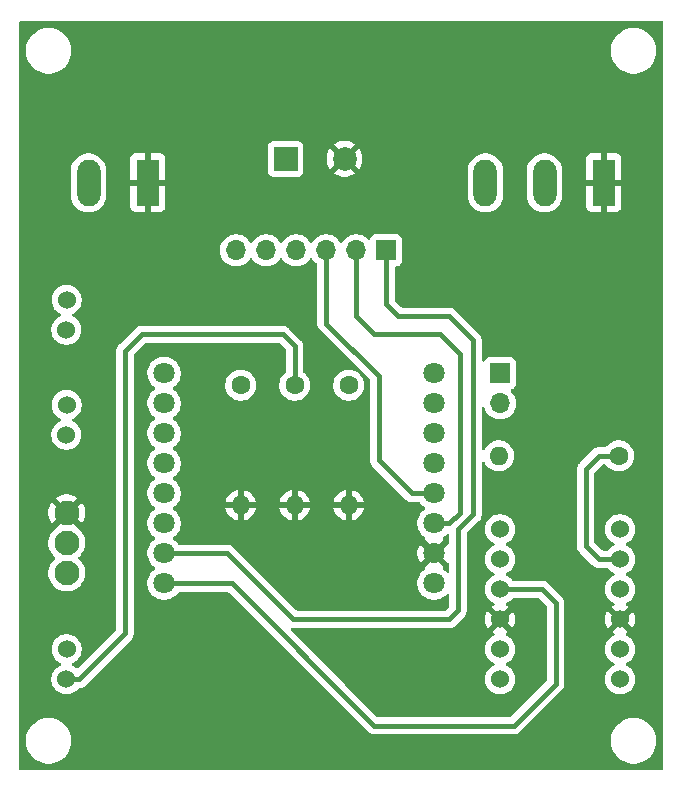
<source format=gbr>
G04 #@! TF.GenerationSoftware,KiCad,Pcbnew,9.0.1*
G04 #@! TF.CreationDate,2025-06-13T00:55:15+02:00*
G04 #@! TF.ProjectId,Garagentor_LEDs,47617261-6765-46e7-946f-725f4c454473,rev?*
G04 #@! TF.SameCoordinates,Original*
G04 #@! TF.FileFunction,Copper,L2,Bot*
G04 #@! TF.FilePolarity,Positive*
%FSLAX46Y46*%
G04 Gerber Fmt 4.6, Leading zero omitted, Abs format (unit mm)*
G04 Created by KiCad (PCBNEW 9.0.1) date 2025-06-13 00:55:15*
%MOMM*%
%LPD*%
G01*
G04 APERTURE LIST*
G04 #@! TA.AperFunction,ComponentPad*
%ADD10C,1.800000*%
G04 #@! TD*
G04 #@! TA.AperFunction,ComponentPad*
%ADD11C,2.000000*%
G04 #@! TD*
G04 #@! TA.AperFunction,ComponentPad*
%ADD12R,2.000000X2.000000*%
G04 #@! TD*
G04 #@! TA.AperFunction,ComponentPad*
%ADD13C,1.524000*%
G04 #@! TD*
G04 #@! TA.AperFunction,ComponentPad*
%ADD14R,1.980000X3.960000*%
G04 #@! TD*
G04 #@! TA.AperFunction,ComponentPad*
%ADD15O,1.980000X3.960000*%
G04 #@! TD*
G04 #@! TA.AperFunction,ComponentPad*
%ADD16C,2.100000*%
G04 #@! TD*
G04 #@! TA.AperFunction,ComponentPad*
%ADD17O,1.600000X1.600000*%
G04 #@! TD*
G04 #@! TA.AperFunction,ComponentPad*
%ADD18C,1.600000*%
G04 #@! TD*
G04 #@! TA.AperFunction,ComponentPad*
%ADD19O,1.700000X1.700000*%
G04 #@! TD*
G04 #@! TA.AperFunction,ComponentPad*
%ADD20R,1.700000X1.700000*%
G04 #@! TD*
G04 #@! TA.AperFunction,Conductor*
%ADD21C,0.450000*%
G04 #@! TD*
G04 APERTURE END LIST*
D10*
X187579000Y-78105000D03*
X210439000Y-78105000D03*
X187579000Y-75565000D03*
X210439000Y-75565000D03*
X187579000Y-73025000D03*
X210439000Y-73025000D03*
X187579000Y-70485000D03*
X210439000Y-70485000D03*
X187579000Y-67945000D03*
X210439000Y-67945000D03*
X187579000Y-65405000D03*
X210439000Y-65405000D03*
X187579000Y-62865000D03*
X210439000Y-62865000D03*
X187579000Y-60325000D03*
X210439000Y-60325000D03*
D11*
X202866000Y-42164000D03*
D12*
X197866000Y-42164000D03*
D13*
X179324000Y-54102000D03*
X179304000Y-56642000D03*
X179304000Y-65532000D03*
X179324000Y-62992000D03*
X179324000Y-83693000D03*
X179304000Y-86233000D03*
D14*
X224790000Y-44196000D03*
D15*
X219790000Y-44196000D03*
X214790000Y-44196000D03*
D16*
X179324000Y-72136000D03*
X179324000Y-74676000D03*
X179324000Y-77216000D03*
D14*
X186182000Y-44196000D03*
D15*
X181182000Y-44196000D03*
D17*
X194056000Y-71501000D03*
D18*
X194056000Y-61341000D03*
X203200000Y-61341000D03*
D17*
X203200000Y-71501000D03*
X198628000Y-71501000D03*
D18*
X198628000Y-61341000D03*
X226060000Y-67310000D03*
D17*
X215900000Y-67310000D03*
D13*
X216027000Y-73533000D03*
X216027000Y-76073000D03*
X216027000Y-78613000D03*
X216027000Y-81153000D03*
X216027000Y-83693000D03*
X216027000Y-86233000D03*
X226187000Y-73533000D03*
X226187000Y-76073000D03*
X226187000Y-78613000D03*
X226187000Y-81153000D03*
X226187000Y-83693000D03*
X226187000Y-86233000D03*
D19*
X193675000Y-49911000D03*
X196215000Y-49911000D03*
X198755000Y-49911000D03*
X201295000Y-49911000D03*
X203835000Y-49911000D03*
D20*
X206375000Y-49911000D03*
D19*
X216027000Y-62865000D03*
D20*
X216027000Y-60325000D03*
D21*
X197612000Y-57023000D02*
X198628000Y-58039000D01*
X180381630Y-86233000D02*
X184277000Y-82337630D01*
X184277000Y-82337630D02*
X184277000Y-58420000D01*
X179304000Y-86233000D02*
X180381630Y-86233000D01*
X198628000Y-58039000D02*
X198628000Y-61341000D01*
X184277000Y-58420000D02*
X185674000Y-57023000D01*
X185674000Y-57023000D02*
X197612000Y-57023000D01*
X226060000Y-67310000D02*
X224409000Y-67310000D01*
X224409000Y-67310000D02*
X223266000Y-68453000D01*
X223266000Y-68453000D02*
X223266000Y-74930000D01*
X224409000Y-76073000D02*
X226187000Y-76073000D01*
X223266000Y-74930000D02*
X224409000Y-76073000D01*
X219583000Y-78613000D02*
X216027000Y-78613000D01*
X220726000Y-79756000D02*
X219583000Y-78613000D01*
X193294000Y-78105000D02*
X205359000Y-90170000D01*
X217170000Y-90170000D02*
X220726000Y-86614000D01*
X187579000Y-78105000D02*
X193294000Y-78105000D01*
X220726000Y-86614000D02*
X220726000Y-79756000D01*
X205359000Y-90170000D02*
X217170000Y-90170000D01*
X201295000Y-56134000D02*
X201295000Y-49911000D01*
X205740000Y-67691000D02*
X205740000Y-60579000D01*
X210439000Y-70485000D02*
X208534000Y-70485000D01*
X205740000Y-60579000D02*
X201295000Y-56134000D01*
X208534000Y-70485000D02*
X205740000Y-67691000D01*
X211711792Y-73025000D02*
X212598000Y-72138792D01*
X210439000Y-73025000D02*
X211711792Y-73025000D01*
X212598000Y-72138792D02*
X212598000Y-58674000D01*
X212598000Y-58674000D02*
X210947000Y-57023000D01*
X210947000Y-57023000D02*
X205359000Y-57023000D01*
X203835000Y-55499000D02*
X203835000Y-49911000D01*
X205359000Y-57023000D02*
X203835000Y-55499000D01*
X206375000Y-54483000D02*
X206375000Y-49911000D01*
X207391000Y-55499000D02*
X206375000Y-54483000D01*
X211709000Y-55499000D02*
X207391000Y-55499000D01*
X213741000Y-72263000D02*
X213741000Y-57531000D01*
X192913000Y-75565000D02*
X198501000Y-81153000D01*
X213741000Y-57531000D02*
X211709000Y-55499000D01*
X212471000Y-73533000D02*
X213741000Y-72263000D01*
X198501000Y-81153000D02*
X211709000Y-81153000D01*
X211709000Y-81153000D02*
X212471000Y-80391000D01*
X212471000Y-80391000D02*
X212471000Y-73533000D01*
X187579000Y-75565000D02*
X192913000Y-75565000D01*
G04 #@! TA.AperFunction,Conductor*
G36*
X211598174Y-76364963D02*
G01*
X211601614Y-76364693D01*
X211671094Y-76379289D01*
X211721654Y-76429132D01*
X211737500Y-76490305D01*
X211737500Y-77108340D01*
X211717498Y-77176461D01*
X211663842Y-77222954D01*
X211593568Y-77233058D01*
X211528988Y-77203564D01*
X211515689Y-77190171D01*
X211513335Y-77187415D01*
X211356582Y-77030662D01*
X211356578Y-77030659D01*
X211356576Y-77030657D01*
X211227153Y-76936625D01*
X211183801Y-76880403D01*
X211177726Y-76809667D01*
X211210858Y-76746875D01*
X211227155Y-76732754D01*
X211238964Y-76724174D01*
X210570480Y-76055690D01*
X210635081Y-76038381D01*
X210750920Y-75971502D01*
X210845502Y-75876920D01*
X210912381Y-75761081D01*
X210929690Y-75696479D01*
X211598174Y-76364963D01*
G37*
G04 #@! TD.AperFunction*
G04 #@! TA.AperFunction,Conductor*
G36*
X211706127Y-73938462D02*
G01*
X211736085Y-74002829D01*
X211737500Y-74021659D01*
X211737500Y-74639694D01*
X211717498Y-74707815D01*
X211663842Y-74754308D01*
X211601614Y-74765306D01*
X211598173Y-74765035D01*
X210929690Y-75433518D01*
X210912381Y-75368919D01*
X210845502Y-75253080D01*
X210750920Y-75158498D01*
X210635081Y-75091619D01*
X210570479Y-75074309D01*
X211238963Y-74405824D01*
X211238963Y-74405823D01*
X211227154Y-74397243D01*
X211183801Y-74341021D01*
X211177726Y-74270284D01*
X211210858Y-74207493D01*
X211227145Y-74193380D01*
X211356576Y-74099343D01*
X211513343Y-73942576D01*
X211513352Y-73942563D01*
X211515683Y-73939835D01*
X211516841Y-73939078D01*
X211516844Y-73939076D01*
X211575131Y-73901022D01*
X211646126Y-73900510D01*
X211706127Y-73938462D01*
G37*
G04 #@! TD.AperFunction*
G04 #@! TA.AperFunction,Conductor*
G36*
X229786621Y-30525502D02*
G01*
X229833114Y-30579158D01*
X229844500Y-30631500D01*
X229844500Y-93828500D01*
X229824498Y-93896621D01*
X229770842Y-93943114D01*
X229718500Y-93954500D01*
X175411500Y-93954500D01*
X175343379Y-93934498D01*
X175296886Y-93880842D01*
X175285500Y-93828500D01*
X175285500Y-91313465D01*
X175869500Y-91313465D01*
X175869500Y-91566534D01*
X175902530Y-91817422D01*
X175902531Y-91817428D01*
X175902532Y-91817430D01*
X175968029Y-92061870D01*
X176064872Y-92295670D01*
X176064873Y-92295671D01*
X176064878Y-92295682D01*
X176191404Y-92514831D01*
X176309615Y-92668886D01*
X176317560Y-92679240D01*
X176345460Y-92715599D01*
X176345473Y-92715613D01*
X176524386Y-92894526D01*
X176524400Y-92894539D01*
X176524402Y-92894541D01*
X176617826Y-92966227D01*
X176725168Y-93048595D01*
X176944317Y-93175121D01*
X176944321Y-93175122D01*
X176944330Y-93175128D01*
X177178130Y-93271971D01*
X177422570Y-93337468D01*
X177422576Y-93337468D01*
X177422577Y-93337469D01*
X177451362Y-93341258D01*
X177673468Y-93370500D01*
X177673475Y-93370500D01*
X177926525Y-93370500D01*
X177926532Y-93370500D01*
X178177430Y-93337468D01*
X178421870Y-93271971D01*
X178655670Y-93175128D01*
X178874830Y-93048596D01*
X179075598Y-92894541D01*
X179254541Y-92715598D01*
X179408596Y-92514830D01*
X179535128Y-92295670D01*
X179631971Y-92061870D01*
X179697468Y-91817430D01*
X179730500Y-91566532D01*
X179730500Y-91313468D01*
X179730500Y-91313465D01*
X225399500Y-91313465D01*
X225399500Y-91566534D01*
X225432530Y-91817422D01*
X225432531Y-91817428D01*
X225432532Y-91817430D01*
X225498029Y-92061870D01*
X225594872Y-92295670D01*
X225594873Y-92295671D01*
X225594878Y-92295682D01*
X225721404Y-92514831D01*
X225839615Y-92668886D01*
X225847560Y-92679240D01*
X225875460Y-92715599D01*
X225875473Y-92715613D01*
X226054386Y-92894526D01*
X226054400Y-92894539D01*
X226054402Y-92894541D01*
X226147826Y-92966227D01*
X226255168Y-93048595D01*
X226474317Y-93175121D01*
X226474321Y-93175122D01*
X226474330Y-93175128D01*
X226708130Y-93271971D01*
X226952570Y-93337468D01*
X226952576Y-93337468D01*
X226952577Y-93337469D01*
X226981362Y-93341258D01*
X227203468Y-93370500D01*
X227203475Y-93370500D01*
X227456525Y-93370500D01*
X227456532Y-93370500D01*
X227707430Y-93337468D01*
X227951870Y-93271971D01*
X228185670Y-93175128D01*
X228404830Y-93048596D01*
X228605598Y-92894541D01*
X228784541Y-92715598D01*
X228938596Y-92514830D01*
X229065128Y-92295670D01*
X229161971Y-92061870D01*
X229227468Y-91817430D01*
X229260500Y-91566532D01*
X229260500Y-91313468D01*
X229227468Y-91062570D01*
X229161971Y-90818130D01*
X229065128Y-90584330D01*
X229065122Y-90584321D01*
X229065121Y-90584317D01*
X228938595Y-90365168D01*
X228856227Y-90257826D01*
X228784541Y-90164402D01*
X228784539Y-90164400D01*
X228784526Y-90164386D01*
X228605613Y-89985473D01*
X228605599Y-89985460D01*
X228404831Y-89831404D01*
X228185682Y-89704878D01*
X228185674Y-89704874D01*
X228185670Y-89704872D01*
X227951870Y-89608029D01*
X227707430Y-89542532D01*
X227707428Y-89542531D01*
X227707422Y-89542530D01*
X227456534Y-89509500D01*
X227456532Y-89509500D01*
X227203468Y-89509500D01*
X227203465Y-89509500D01*
X226952577Y-89542530D01*
X226708130Y-89608029D01*
X226474328Y-89704873D01*
X226474317Y-89704878D01*
X226255168Y-89831404D01*
X226054400Y-89985460D01*
X226054386Y-89985473D01*
X225875473Y-90164386D01*
X225875460Y-90164400D01*
X225721404Y-90365168D01*
X225594878Y-90584317D01*
X225594873Y-90584328D01*
X225498029Y-90818130D01*
X225432530Y-91062577D01*
X225399500Y-91313465D01*
X179730500Y-91313465D01*
X179697468Y-91062570D01*
X179631971Y-90818130D01*
X179535128Y-90584330D01*
X179535122Y-90584321D01*
X179535121Y-90584317D01*
X179408595Y-90365168D01*
X179326227Y-90257826D01*
X179254541Y-90164402D01*
X179254539Y-90164400D01*
X179254526Y-90164386D01*
X179075613Y-89985473D01*
X179075599Y-89985460D01*
X178874831Y-89831404D01*
X178655682Y-89704878D01*
X178655674Y-89704874D01*
X178655670Y-89704872D01*
X178421870Y-89608029D01*
X178177430Y-89542532D01*
X178177428Y-89542531D01*
X178177422Y-89542530D01*
X177926534Y-89509500D01*
X177926532Y-89509500D01*
X177673468Y-89509500D01*
X177673465Y-89509500D01*
X177422577Y-89542530D01*
X177178130Y-89608029D01*
X176944328Y-89704873D01*
X176944317Y-89704878D01*
X176725168Y-89831404D01*
X176524400Y-89985460D01*
X176524386Y-89985473D01*
X176345473Y-90164386D01*
X176345460Y-90164400D01*
X176191404Y-90365168D01*
X176064878Y-90584317D01*
X176064873Y-90584328D01*
X175968029Y-90818130D01*
X175902530Y-91062577D01*
X175869500Y-91313465D01*
X175285500Y-91313465D01*
X175285500Y-86133009D01*
X178033500Y-86133009D01*
X178033500Y-86332991D01*
X178064784Y-86530510D01*
X178064785Y-86530515D01*
X178120041Y-86700575D01*
X178126581Y-86720703D01*
X178217371Y-86898887D01*
X178334917Y-87060675D01*
X178334919Y-87060677D01*
X178334921Y-87060680D01*
X178476319Y-87202078D01*
X178476322Y-87202080D01*
X178476325Y-87202083D01*
X178553195Y-87257932D01*
X178638109Y-87319627D01*
X178638113Y-87319629D01*
X178816297Y-87410419D01*
X179006484Y-87472214D01*
X179006485Y-87472214D01*
X179006490Y-87472216D01*
X179204009Y-87503500D01*
X179204012Y-87503500D01*
X179403988Y-87503500D01*
X179403991Y-87503500D01*
X179601510Y-87472216D01*
X179791703Y-87410419D01*
X179969887Y-87319629D01*
X180131675Y-87202083D01*
X180273083Y-87060675D01*
X180303769Y-87018438D01*
X180304268Y-87018053D01*
X180304487Y-87017460D01*
X180332343Y-86996404D01*
X180359991Y-86975085D01*
X180360789Y-86974903D01*
X180361125Y-86974650D01*
X180365090Y-86973924D01*
X180396133Y-86966864D01*
X180400910Y-86966500D01*
X180453874Y-86966500D01*
X180479301Y-86961442D01*
X180595584Y-86938312D01*
X180690764Y-86898887D01*
X180729073Y-86883019D01*
X180777192Y-86850866D01*
X180849209Y-86802747D01*
X180951377Y-86700579D01*
X180958550Y-86693406D01*
X180958561Y-86693392D01*
X184737392Y-82914561D01*
X184737406Y-82914550D01*
X184846740Y-82805216D01*
X184846747Y-82805209D01*
X184901064Y-82723917D01*
X184927019Y-82685073D01*
X184959618Y-82606371D01*
X184982312Y-82551584D01*
X185010500Y-82409873D01*
X185010500Y-60214149D01*
X186170500Y-60214149D01*
X186170500Y-60435851D01*
X186181731Y-60506758D01*
X186205183Y-60654829D01*
X186273690Y-60865671D01*
X186273692Y-60865676D01*
X186359759Y-61034592D01*
X186374345Y-61063218D01*
X186504658Y-61242578D01*
X186661421Y-61399341D01*
X186790419Y-61493064D01*
X186833773Y-61549287D01*
X186839848Y-61620023D01*
X186806716Y-61682815D01*
X186790419Y-61696936D01*
X186661421Y-61790658D01*
X186504658Y-61947421D01*
X186374345Y-62126781D01*
X186273693Y-62324322D01*
X186273690Y-62324328D01*
X186205183Y-62535170D01*
X186205182Y-62535175D01*
X186205182Y-62535176D01*
X186170500Y-62754149D01*
X186170500Y-62975851D01*
X186203373Y-63183403D01*
X186205183Y-63194829D01*
X186267456Y-63386484D01*
X186273692Y-63405676D01*
X186360992Y-63577012D01*
X186374345Y-63603218D01*
X186504658Y-63782578D01*
X186661421Y-63939341D01*
X186790419Y-64033064D01*
X186833773Y-64089287D01*
X186839848Y-64160023D01*
X186806716Y-64222815D01*
X186790419Y-64236936D01*
X186661421Y-64330658D01*
X186504658Y-64487421D01*
X186374345Y-64666781D01*
X186273693Y-64864322D01*
X186273690Y-64864328D01*
X186205183Y-65075170D01*
X186205182Y-65075175D01*
X186205182Y-65075176D01*
X186170500Y-65294149D01*
X186170500Y-65515851D01*
X186188895Y-65631991D01*
X186205183Y-65734829D01*
X186273690Y-65945671D01*
X186273692Y-65945676D01*
X186371013Y-66136679D01*
X186374345Y-66143218D01*
X186504658Y-66322578D01*
X186661421Y-66479341D01*
X186790419Y-66573064D01*
X186833773Y-66629287D01*
X186839848Y-66700023D01*
X186806716Y-66762815D01*
X186790419Y-66776936D01*
X186661421Y-66870658D01*
X186504658Y-67027421D01*
X186374345Y-67206781D01*
X186273693Y-67404322D01*
X186273690Y-67404328D01*
X186205183Y-67615170D01*
X186205182Y-67615175D01*
X186205182Y-67615176D01*
X186170500Y-67834149D01*
X186170500Y-68055851D01*
X186202953Y-68260748D01*
X186205183Y-68274829D01*
X186273690Y-68485671D01*
X186273692Y-68485676D01*
X186371013Y-68676679D01*
X186374345Y-68683218D01*
X186504658Y-68862578D01*
X186661421Y-69019341D01*
X186790419Y-69113064D01*
X186833773Y-69169287D01*
X186839848Y-69240023D01*
X186806716Y-69302815D01*
X186790419Y-69316936D01*
X186661421Y-69410658D01*
X186504658Y-69567421D01*
X186374345Y-69746781D01*
X186273693Y-69944322D01*
X186273690Y-69944328D01*
X186205183Y-70155170D01*
X186205182Y-70155175D01*
X186205182Y-70155176D01*
X186170500Y-70374149D01*
X186170500Y-70595851D01*
X186205182Y-70814824D01*
X186205183Y-70814829D01*
X186273690Y-71025671D01*
X186273692Y-71025676D01*
X186371941Y-71218500D01*
X186374345Y-71223218D01*
X186504658Y-71402578D01*
X186661421Y-71559341D01*
X186790419Y-71653064D01*
X186833773Y-71709287D01*
X186839848Y-71780023D01*
X186806716Y-71842815D01*
X186790419Y-71856936D01*
X186661421Y-71950658D01*
X186504658Y-72107421D01*
X186374345Y-72286781D01*
X186273693Y-72484322D01*
X186273690Y-72484328D01*
X186205183Y-72695170D01*
X186205182Y-72695175D01*
X186205182Y-72695176D01*
X186170500Y-72914149D01*
X186170500Y-73135851D01*
X186205182Y-73354824D01*
X186205183Y-73354829D01*
X186248208Y-73487245D01*
X186273692Y-73565676D01*
X186371941Y-73758500D01*
X186374345Y-73763218D01*
X186504658Y-73942578D01*
X186661421Y-74099341D01*
X186790419Y-74193064D01*
X186833773Y-74249287D01*
X186839848Y-74320023D01*
X186806716Y-74382815D01*
X186790419Y-74396936D01*
X186661421Y-74490658D01*
X186504658Y-74647421D01*
X186374345Y-74826781D01*
X186273693Y-75024322D01*
X186273690Y-75024328D01*
X186205183Y-75235170D01*
X186205182Y-75235175D01*
X186205182Y-75235176D01*
X186170500Y-75454149D01*
X186170500Y-75675851D01*
X186205164Y-75894710D01*
X186205183Y-75894829D01*
X186263075Y-76073000D01*
X186273692Y-76105676D01*
X186371941Y-76298500D01*
X186374345Y-76303218D01*
X186504658Y-76482578D01*
X186661421Y-76639341D01*
X186790419Y-76733064D01*
X186833773Y-76789287D01*
X186839848Y-76860023D01*
X186806716Y-76922815D01*
X186790419Y-76936936D01*
X186661421Y-77030658D01*
X186504658Y-77187421D01*
X186374345Y-77366781D01*
X186273693Y-77564322D01*
X186273690Y-77564328D01*
X186205183Y-77775170D01*
X186205182Y-77775175D01*
X186205182Y-77775176D01*
X186170500Y-77994149D01*
X186170500Y-78215851D01*
X186200420Y-78404755D01*
X186205183Y-78434829D01*
X186242263Y-78548948D01*
X186273692Y-78645676D01*
X186339331Y-78774500D01*
X186374345Y-78843218D01*
X186504658Y-79022578D01*
X186661421Y-79179341D01*
X186670935Y-79186253D01*
X186840785Y-79309657D01*
X187038324Y-79410308D01*
X187249176Y-79478818D01*
X187468149Y-79513500D01*
X187468152Y-79513500D01*
X187689848Y-79513500D01*
X187689851Y-79513500D01*
X187908824Y-79478818D01*
X188119676Y-79410308D01*
X188317215Y-79309657D01*
X188496576Y-79179343D01*
X188653343Y-79022576D01*
X188749347Y-78890437D01*
X188805568Y-78847085D01*
X188851282Y-78838500D01*
X192937985Y-78838500D01*
X193006106Y-78858502D01*
X193027080Y-78875405D01*
X204891416Y-90739743D01*
X204891420Y-90739746D01*
X204891421Y-90739747D01*
X205011558Y-90820019D01*
X205145046Y-90875312D01*
X205286757Y-90903501D01*
X205286762Y-90903501D01*
X205437457Y-90903501D01*
X205437477Y-90903500D01*
X217242241Y-90903500D01*
X217242244Y-90903500D01*
X217253098Y-90901340D01*
X217260101Y-90899948D01*
X217260103Y-90899947D01*
X217265755Y-90898823D01*
X217383954Y-90875312D01*
X217479211Y-90835855D01*
X217517443Y-90820019D01*
X217565562Y-90787866D01*
X217637579Y-90739747D01*
X217739747Y-90637579D01*
X217750114Y-90627212D01*
X217750121Y-90627202D01*
X221295746Y-87081580D01*
X221376019Y-86961443D01*
X221385601Y-86938311D01*
X221408503Y-86883020D01*
X221431310Y-86827958D01*
X221431312Y-86827954D01*
X221459500Y-86686243D01*
X221459500Y-79683757D01*
X221431312Y-79542046D01*
X221389324Y-79440680D01*
X221382144Y-79423345D01*
X221376019Y-79408558D01*
X221376019Y-79408557D01*
X221343866Y-79360437D01*
X221295747Y-79288421D01*
X221295746Y-79288420D01*
X221295743Y-79288416D01*
X221190433Y-79183106D01*
X221190402Y-79183077D01*
X220157157Y-78149832D01*
X220157137Y-78149810D01*
X220050586Y-78043259D01*
X220050582Y-78043256D01*
X220050579Y-78043253D01*
X219977089Y-77994149D01*
X219930443Y-77962981D01*
X219891344Y-77946786D01*
X219884986Y-77944152D01*
X219884978Y-77944148D01*
X219821181Y-77917723D01*
X219796954Y-77907688D01*
X219678755Y-77884176D01*
X219678753Y-77884175D01*
X219655250Y-77879500D01*
X219655244Y-77879500D01*
X219655243Y-77879500D01*
X217128705Y-77879500D01*
X217060584Y-77859498D01*
X217026769Y-77827561D01*
X216996083Y-77785325D01*
X216996080Y-77785322D01*
X216996076Y-77785317D01*
X216854680Y-77643921D01*
X216854677Y-77643919D01*
X216854675Y-77643917D01*
X216692887Y-77526371D01*
X216553335Y-77455265D01*
X216501722Y-77406519D01*
X216484656Y-77337604D01*
X216507557Y-77270402D01*
X216553334Y-77230735D01*
X216692887Y-77159629D01*
X216854675Y-77042083D01*
X216996083Y-76900675D01*
X217101397Y-76755722D01*
X217113627Y-76738890D01*
X217113629Y-76738887D01*
X217204419Y-76560703D01*
X217266216Y-76370510D01*
X217297500Y-76172991D01*
X217297500Y-75973009D01*
X217266216Y-75775490D01*
X217204419Y-75585297D01*
X217113629Y-75407113D01*
X217113627Y-75407109D01*
X217019418Y-75277443D01*
X216996083Y-75245325D01*
X216996080Y-75245322D01*
X216996078Y-75245319D01*
X216854680Y-75103921D01*
X216854677Y-75103919D01*
X216854675Y-75103917D01*
X216692887Y-74986371D01*
X216553335Y-74915265D01*
X216501722Y-74866519D01*
X216484656Y-74797604D01*
X216507557Y-74730402D01*
X216553334Y-74690735D01*
X216692887Y-74619629D01*
X216854675Y-74502083D01*
X216996083Y-74360675D01*
X217107376Y-74207493D01*
X217113627Y-74198890D01*
X217116439Y-74193372D01*
X217204419Y-74020703D01*
X217266216Y-73830510D01*
X217297500Y-73632991D01*
X217297500Y-73433009D01*
X217266216Y-73235490D01*
X217204419Y-73045297D01*
X217113629Y-72867113D01*
X217113627Y-72867109D01*
X217048006Y-72776791D01*
X216996083Y-72705325D01*
X216996080Y-72705322D01*
X216996078Y-72705319D01*
X216854680Y-72563921D01*
X216854677Y-72563919D01*
X216854675Y-72563917D01*
X216803428Y-72526683D01*
X216692890Y-72446372D01*
X216600464Y-72399279D01*
X216514703Y-72355581D01*
X216514700Y-72355580D01*
X216514698Y-72355579D01*
X216324513Y-72293785D01*
X216324517Y-72293785D01*
X216280295Y-72286781D01*
X216126991Y-72262500D01*
X215927009Y-72262500D01*
X215729490Y-72293784D01*
X215729484Y-72293785D01*
X215539301Y-72355579D01*
X215539295Y-72355582D01*
X215361109Y-72446372D01*
X215199322Y-72563919D01*
X215199319Y-72563921D01*
X215057921Y-72705319D01*
X215057919Y-72705322D01*
X214940372Y-72867109D01*
X214849582Y-73045295D01*
X214849579Y-73045301D01*
X214787785Y-73235484D01*
X214787784Y-73235489D01*
X214787784Y-73235490D01*
X214756500Y-73433009D01*
X214756500Y-73632991D01*
X214777126Y-73763218D01*
X214787785Y-73830515D01*
X214843773Y-74002829D01*
X214849581Y-74020703D01*
X214878641Y-74077736D01*
X214940372Y-74198890D01*
X214992244Y-74270284D01*
X215057917Y-74360675D01*
X215057919Y-74360677D01*
X215057921Y-74360680D01*
X215199319Y-74502078D01*
X215199322Y-74502080D01*
X215199325Y-74502083D01*
X215361113Y-74619629D01*
X215500662Y-74690733D01*
X215552277Y-74739482D01*
X215569343Y-74808397D01*
X215546442Y-74875598D01*
X215500662Y-74915266D01*
X215447152Y-74942531D01*
X215361110Y-74986372D01*
X215199322Y-75103919D01*
X215199319Y-75103921D01*
X215057921Y-75245319D01*
X215057919Y-75245322D01*
X214940372Y-75407109D01*
X214849582Y-75585295D01*
X214849579Y-75585301D01*
X214787785Y-75775484D01*
X214787784Y-75775489D01*
X214787784Y-75775490D01*
X214756500Y-75973009D01*
X214756500Y-76172991D01*
X214787784Y-76370510D01*
X214787785Y-76370515D01*
X214826707Y-76490305D01*
X214849581Y-76560703D01*
X214849582Y-76560704D01*
X214940372Y-76738890D01*
X215004027Y-76826502D01*
X215057917Y-76900675D01*
X215057919Y-76900677D01*
X215057921Y-76900680D01*
X215199319Y-77042078D01*
X215199322Y-77042080D01*
X215199325Y-77042083D01*
X215290520Y-77108340D01*
X215357509Y-77157011D01*
X215361113Y-77159629D01*
X215500662Y-77230733D01*
X215552277Y-77279482D01*
X215569343Y-77348397D01*
X215546442Y-77415598D01*
X215500662Y-77455266D01*
X215447152Y-77482531D01*
X215361110Y-77526372D01*
X215199322Y-77643919D01*
X215199319Y-77643921D01*
X215057924Y-77785317D01*
X215057919Y-77785322D01*
X214940372Y-77947109D01*
X214849582Y-78125295D01*
X214849579Y-78125301D01*
X214787785Y-78315484D01*
X214787784Y-78315489D01*
X214787784Y-78315490D01*
X214756500Y-78513009D01*
X214756500Y-78712991D01*
X214779547Y-78858502D01*
X214787785Y-78910515D01*
X214843773Y-79082829D01*
X214849581Y-79100703D01*
X214889649Y-79179341D01*
X214940372Y-79278890D01*
X215004027Y-79366502D01*
X215057917Y-79440675D01*
X215057919Y-79440677D01*
X215057921Y-79440680D01*
X215199319Y-79582078D01*
X215199322Y-79582080D01*
X215199325Y-79582083D01*
X215361113Y-79699629D01*
X215501215Y-79771015D01*
X215552828Y-79819761D01*
X215569894Y-79888676D01*
X215546993Y-79955878D01*
X215501214Y-79995546D01*
X215361381Y-80066795D01*
X215361375Y-80066799D01*
X215325832Y-80092622D01*
X215325832Y-80092623D01*
X216005209Y-80772000D01*
X215976840Y-80772000D01*
X215879939Y-80797964D01*
X215793060Y-80848124D01*
X215722124Y-80919060D01*
X215671964Y-81005939D01*
X215646000Y-81102840D01*
X215646000Y-81131209D01*
X214966623Y-80451832D01*
X214966622Y-80451832D01*
X214940799Y-80487375D01*
X214940798Y-80487376D01*
X214850046Y-80665487D01*
X214850043Y-80665493D01*
X214788273Y-80855602D01*
X214757000Y-81053052D01*
X214757000Y-81252947D01*
X214788273Y-81450397D01*
X214850043Y-81640506D01*
X214850046Y-81640512D01*
X214940799Y-81818624D01*
X214966622Y-81854166D01*
X215646000Y-81174788D01*
X215646000Y-81203160D01*
X215671964Y-81300061D01*
X215722124Y-81386940D01*
X215793060Y-81457876D01*
X215879939Y-81508036D01*
X215976840Y-81534000D01*
X216005210Y-81534000D01*
X215325831Y-82213377D01*
X215361373Y-82239199D01*
X215501213Y-82310452D01*
X215552828Y-82359201D01*
X215569894Y-82428115D01*
X215546993Y-82495317D01*
X215501213Y-82534986D01*
X215361110Y-82606372D01*
X215199322Y-82723919D01*
X215199319Y-82723921D01*
X215057921Y-82865319D01*
X215057919Y-82865322D01*
X214940372Y-83027109D01*
X214849582Y-83205295D01*
X214849579Y-83205301D01*
X214787785Y-83395484D01*
X214787784Y-83395489D01*
X214787784Y-83395490D01*
X214756500Y-83593009D01*
X214756500Y-83792991D01*
X214787784Y-83990510D01*
X214787785Y-83990515D01*
X214849579Y-84180698D01*
X214849581Y-84180703D01*
X214849582Y-84180704D01*
X214940372Y-84358890D01*
X215020683Y-84469428D01*
X215057917Y-84520675D01*
X215057919Y-84520677D01*
X215057921Y-84520680D01*
X215199319Y-84662078D01*
X215199322Y-84662080D01*
X215199325Y-84662083D01*
X215361113Y-84779629D01*
X215500662Y-84850733D01*
X215552277Y-84899482D01*
X215569343Y-84968397D01*
X215546442Y-85035598D01*
X215500662Y-85075266D01*
X215490662Y-85080362D01*
X215361110Y-85146372D01*
X215199322Y-85263919D01*
X215199319Y-85263921D01*
X215057921Y-85405319D01*
X215057919Y-85405322D01*
X214940372Y-85567109D01*
X214849582Y-85745295D01*
X214849579Y-85745301D01*
X214787785Y-85935484D01*
X214787784Y-85935489D01*
X214787784Y-85935490D01*
X214756500Y-86133009D01*
X214756500Y-86332991D01*
X214787784Y-86530510D01*
X214787785Y-86530515D01*
X214843041Y-86700575D01*
X214849581Y-86720703D01*
X214940371Y-86898887D01*
X215057917Y-87060675D01*
X215057919Y-87060677D01*
X215057921Y-87060680D01*
X215199319Y-87202078D01*
X215199322Y-87202080D01*
X215199325Y-87202083D01*
X215276195Y-87257932D01*
X215361109Y-87319627D01*
X215361113Y-87319629D01*
X215539297Y-87410419D01*
X215729484Y-87472214D01*
X215729485Y-87472214D01*
X215729490Y-87472216D01*
X215927009Y-87503500D01*
X215927012Y-87503500D01*
X216126988Y-87503500D01*
X216126991Y-87503500D01*
X216324510Y-87472216D01*
X216514703Y-87410419D01*
X216692887Y-87319629D01*
X216854675Y-87202083D01*
X216996083Y-87060675D01*
X217113629Y-86898887D01*
X217204419Y-86720703D01*
X217266216Y-86530510D01*
X217297500Y-86332991D01*
X217297500Y-86133009D01*
X217266216Y-85935490D01*
X217204419Y-85745297D01*
X217113629Y-85567113D01*
X217113627Y-85567109D01*
X217051932Y-85482195D01*
X216996083Y-85405325D01*
X216996080Y-85405322D01*
X216996078Y-85405319D01*
X216854680Y-85263921D01*
X216854677Y-85263919D01*
X216854675Y-85263917D01*
X216692887Y-85146371D01*
X216553335Y-85075265D01*
X216501722Y-85026519D01*
X216484656Y-84957604D01*
X216507557Y-84890402D01*
X216553334Y-84850735D01*
X216692887Y-84779629D01*
X216854675Y-84662083D01*
X216996083Y-84520675D01*
X217113629Y-84358887D01*
X217204419Y-84180703D01*
X217266216Y-83990510D01*
X217297500Y-83792991D01*
X217297500Y-83593009D01*
X217266216Y-83395490D01*
X217204419Y-83205297D01*
X217113629Y-83027113D01*
X217113627Y-83027109D01*
X217026637Y-82907379D01*
X216996083Y-82865325D01*
X216996080Y-82865322D01*
X216996078Y-82865319D01*
X216854680Y-82723921D01*
X216854677Y-82723919D01*
X216854675Y-82723917D01*
X216692887Y-82606371D01*
X216552784Y-82534984D01*
X216501171Y-82486237D01*
X216484105Y-82417323D01*
X216507006Y-82350121D01*
X216552787Y-82310452D01*
X216692622Y-82239202D01*
X216692624Y-82239201D01*
X216728166Y-82213377D01*
X216048790Y-81534000D01*
X216077160Y-81534000D01*
X216174061Y-81508036D01*
X216260940Y-81457876D01*
X216331876Y-81386940D01*
X216382036Y-81300061D01*
X216408000Y-81203160D01*
X216408000Y-81174789D01*
X217087377Y-81854166D01*
X217113200Y-81818626D01*
X217203953Y-81640512D01*
X217203956Y-81640506D01*
X217265726Y-81450397D01*
X217297000Y-81252947D01*
X217297000Y-81053052D01*
X217265726Y-80855602D01*
X217203956Y-80665493D01*
X217203953Y-80665487D01*
X217113199Y-80487373D01*
X217087377Y-80451831D01*
X216408000Y-81131208D01*
X216408000Y-81102840D01*
X216382036Y-81005939D01*
X216331876Y-80919060D01*
X216260940Y-80848124D01*
X216174061Y-80797964D01*
X216077160Y-80772000D01*
X216048790Y-80772000D01*
X216728166Y-80092622D01*
X216692624Y-80066799D01*
X216552786Y-79995547D01*
X216501171Y-79946798D01*
X216484105Y-79877883D01*
X216507006Y-79810682D01*
X216552783Y-79771015D01*
X216692887Y-79699629D01*
X216854675Y-79582083D01*
X216996083Y-79440675D01*
X217026769Y-79398438D01*
X217082991Y-79355085D01*
X217128705Y-79346500D01*
X219226985Y-79346500D01*
X219295106Y-79366502D01*
X219316080Y-79383405D01*
X219955595Y-80022920D01*
X219989621Y-80085232D01*
X219992500Y-80112015D01*
X219992500Y-86257984D01*
X219972498Y-86326105D01*
X219955595Y-86347079D01*
X216903080Y-89399595D01*
X216840768Y-89433621D01*
X216813985Y-89436500D01*
X205715016Y-89436500D01*
X205646895Y-89416498D01*
X205625921Y-89399595D01*
X202912567Y-86686241D01*
X198327312Y-82100987D01*
X198293287Y-82038676D01*
X198298352Y-81967861D01*
X198340899Y-81911025D01*
X198407419Y-81886214D01*
X198428696Y-81886500D01*
X198428756Y-81886500D01*
X211781241Y-81886500D01*
X211781244Y-81886500D01*
X211804755Y-81881823D01*
X211922954Y-81858312D01*
X212017344Y-81819213D01*
X212056443Y-81803019D01*
X212109026Y-81767884D01*
X212176579Y-81722747D01*
X212278747Y-81620579D01*
X212289113Y-81610213D01*
X212289120Y-81610203D01*
X213040747Y-80858579D01*
X213121019Y-80738442D01*
X213176312Y-80604954D01*
X213204500Y-80463243D01*
X213204500Y-80318756D01*
X213204500Y-73889014D01*
X213224502Y-73820893D01*
X213241395Y-73799929D01*
X214201398Y-72839925D01*
X214201405Y-72839920D01*
X214208576Y-72832748D01*
X214208579Y-72832747D01*
X214310747Y-72730579D01*
X214368931Y-72643500D01*
X214391019Y-72610443D01*
X214412981Y-72557421D01*
X214446312Y-72476954D01*
X214474500Y-72335243D01*
X214474500Y-67919344D01*
X214494502Y-67851223D01*
X214548158Y-67804730D01*
X214618432Y-67794626D01*
X214683012Y-67824120D01*
X214712765Y-67862139D01*
X214780871Y-67995803D01*
X214901932Y-68162430D01*
X214901933Y-68162431D01*
X214901934Y-68162432D01*
X214901936Y-68162435D01*
X215047564Y-68308063D01*
X215047567Y-68308065D01*
X215047570Y-68308068D01*
X215214197Y-68429129D01*
X215397710Y-68522634D01*
X215593592Y-68586280D01*
X215797019Y-68618500D01*
X215797022Y-68618500D01*
X216002978Y-68618500D01*
X216002981Y-68618500D01*
X216206408Y-68586280D01*
X216402290Y-68522634D01*
X216585803Y-68429129D01*
X216652386Y-68380754D01*
X222532500Y-68380754D01*
X222532500Y-75002245D01*
X222560688Y-75143953D01*
X222560689Y-75143958D01*
X222577068Y-75183498D01*
X222577068Y-75183500D01*
X222577069Y-75183500D01*
X222615981Y-75277443D01*
X222648133Y-75325562D01*
X222696253Y-75397579D01*
X222752823Y-75454149D01*
X222802821Y-75504147D01*
X222802832Y-75504157D01*
X223836077Y-76537402D01*
X223836106Y-76537433D01*
X223941416Y-76642743D01*
X223941420Y-76642746D01*
X223941421Y-76642747D01*
X224013437Y-76690866D01*
X224061557Y-76723019D01*
X224081265Y-76731182D01*
X224174151Y-76769657D01*
X224195043Y-76778311D01*
X224195044Y-76778311D01*
X224195046Y-76778312D01*
X224302531Y-76799692D01*
X224336756Y-76806500D01*
X224336757Y-76806500D01*
X225085295Y-76806500D01*
X225153416Y-76826502D01*
X225187230Y-76858438D01*
X225217917Y-76900675D01*
X225217919Y-76900677D01*
X225217921Y-76900680D01*
X225359319Y-77042078D01*
X225359322Y-77042080D01*
X225359325Y-77042083D01*
X225450520Y-77108340D01*
X225517509Y-77157011D01*
X225521113Y-77159629D01*
X225660662Y-77230733D01*
X225712277Y-77279482D01*
X225729343Y-77348397D01*
X225706442Y-77415598D01*
X225660662Y-77455266D01*
X225607152Y-77482531D01*
X225521110Y-77526372D01*
X225359322Y-77643919D01*
X225359319Y-77643921D01*
X225217924Y-77785317D01*
X225217919Y-77785322D01*
X225100372Y-77947109D01*
X225009582Y-78125295D01*
X225009579Y-78125301D01*
X224947785Y-78315484D01*
X224947784Y-78315489D01*
X224947784Y-78315490D01*
X224916500Y-78513009D01*
X224916500Y-78712991D01*
X224939547Y-78858502D01*
X224947785Y-78910515D01*
X225003773Y-79082829D01*
X225009581Y-79100703D01*
X225049649Y-79179341D01*
X225100372Y-79278890D01*
X225164027Y-79366502D01*
X225217917Y-79440675D01*
X225217919Y-79440677D01*
X225217921Y-79440680D01*
X225359319Y-79582078D01*
X225359322Y-79582080D01*
X225359325Y-79582083D01*
X225521113Y-79699629D01*
X225661215Y-79771015D01*
X225712828Y-79819761D01*
X225729894Y-79888676D01*
X225706993Y-79955878D01*
X225661214Y-79995546D01*
X225521381Y-80066795D01*
X225521375Y-80066799D01*
X225485832Y-80092622D01*
X225485832Y-80092623D01*
X226165209Y-80772000D01*
X226136840Y-80772000D01*
X226039939Y-80797964D01*
X225953060Y-80848124D01*
X225882124Y-80919060D01*
X225831964Y-81005939D01*
X225806000Y-81102840D01*
X225806000Y-81131209D01*
X225126623Y-80451832D01*
X225126622Y-80451832D01*
X225100799Y-80487375D01*
X225100798Y-80487376D01*
X225010046Y-80665487D01*
X225010043Y-80665493D01*
X224948273Y-80855602D01*
X224917000Y-81053052D01*
X224917000Y-81252947D01*
X224948273Y-81450397D01*
X225010043Y-81640506D01*
X225010046Y-81640512D01*
X225100799Y-81818624D01*
X225126622Y-81854166D01*
X225806000Y-81174788D01*
X225806000Y-81203160D01*
X225831964Y-81300061D01*
X225882124Y-81386940D01*
X225953060Y-81457876D01*
X226039939Y-81508036D01*
X226136840Y-81534000D01*
X226165210Y-81534000D01*
X225485831Y-82213377D01*
X225521373Y-82239199D01*
X225661213Y-82310452D01*
X225712828Y-82359201D01*
X225729894Y-82428115D01*
X225706993Y-82495317D01*
X225661213Y-82534986D01*
X225521110Y-82606372D01*
X225359322Y-82723919D01*
X225359319Y-82723921D01*
X225217921Y-82865319D01*
X225217919Y-82865322D01*
X225100372Y-83027109D01*
X225009582Y-83205295D01*
X225009579Y-83205301D01*
X224947785Y-83395484D01*
X224947784Y-83395489D01*
X224947784Y-83395490D01*
X224916500Y-83593009D01*
X224916500Y-83792991D01*
X224947784Y-83990510D01*
X224947785Y-83990515D01*
X225009579Y-84180698D01*
X225009581Y-84180703D01*
X225009582Y-84180704D01*
X225100372Y-84358890D01*
X225180683Y-84469428D01*
X225217917Y-84520675D01*
X225217919Y-84520677D01*
X225217921Y-84520680D01*
X225359319Y-84662078D01*
X225359322Y-84662080D01*
X225359325Y-84662083D01*
X225521113Y-84779629D01*
X225660662Y-84850733D01*
X225712277Y-84899482D01*
X225729343Y-84968397D01*
X225706442Y-85035598D01*
X225660662Y-85075266D01*
X225650662Y-85080362D01*
X225521110Y-85146372D01*
X225359322Y-85263919D01*
X225359319Y-85263921D01*
X225217921Y-85405319D01*
X225217919Y-85405322D01*
X225100372Y-85567109D01*
X225009582Y-85745295D01*
X225009579Y-85745301D01*
X224947785Y-85935484D01*
X224947784Y-85935489D01*
X224947784Y-85935490D01*
X224916500Y-86133009D01*
X224916500Y-86332991D01*
X224947784Y-86530510D01*
X224947785Y-86530515D01*
X225003041Y-86700575D01*
X225009581Y-86720703D01*
X225100371Y-86898887D01*
X225217917Y-87060675D01*
X225217919Y-87060677D01*
X225217921Y-87060680D01*
X225359319Y-87202078D01*
X225359322Y-87202080D01*
X225359325Y-87202083D01*
X225436195Y-87257932D01*
X225521109Y-87319627D01*
X225521113Y-87319629D01*
X225699297Y-87410419D01*
X225889484Y-87472214D01*
X225889485Y-87472214D01*
X225889490Y-87472216D01*
X226087009Y-87503500D01*
X226087012Y-87503500D01*
X226286988Y-87503500D01*
X226286991Y-87503500D01*
X226484510Y-87472216D01*
X226674703Y-87410419D01*
X226852887Y-87319629D01*
X227014675Y-87202083D01*
X227156083Y-87060675D01*
X227273629Y-86898887D01*
X227364419Y-86720703D01*
X227426216Y-86530510D01*
X227457500Y-86332991D01*
X227457500Y-86133009D01*
X227426216Y-85935490D01*
X227364419Y-85745297D01*
X227273629Y-85567113D01*
X227273627Y-85567109D01*
X227211932Y-85482195D01*
X227156083Y-85405325D01*
X227156080Y-85405322D01*
X227156078Y-85405319D01*
X227014680Y-85263921D01*
X227014677Y-85263919D01*
X227014675Y-85263917D01*
X226852887Y-85146371D01*
X226713335Y-85075265D01*
X226661722Y-85026519D01*
X226644656Y-84957604D01*
X226667557Y-84890402D01*
X226713334Y-84850735D01*
X226852887Y-84779629D01*
X227014675Y-84662083D01*
X227156083Y-84520675D01*
X227273629Y-84358887D01*
X227364419Y-84180703D01*
X227426216Y-83990510D01*
X227457500Y-83792991D01*
X227457500Y-83593009D01*
X227426216Y-83395490D01*
X227364419Y-83205297D01*
X227273629Y-83027113D01*
X227273627Y-83027109D01*
X227186637Y-82907379D01*
X227156083Y-82865325D01*
X227156080Y-82865322D01*
X227156078Y-82865319D01*
X227014680Y-82723921D01*
X227014677Y-82723919D01*
X227014675Y-82723917D01*
X226852887Y-82606371D01*
X226712784Y-82534984D01*
X226661171Y-82486237D01*
X226644105Y-82417323D01*
X226667006Y-82350121D01*
X226712787Y-82310452D01*
X226852622Y-82239202D01*
X226852624Y-82239201D01*
X226888166Y-82213377D01*
X226208790Y-81534000D01*
X226237160Y-81534000D01*
X226334061Y-81508036D01*
X226420940Y-81457876D01*
X226491876Y-81386940D01*
X226542036Y-81300061D01*
X226568000Y-81203160D01*
X226568000Y-81174789D01*
X227247377Y-81854166D01*
X227273200Y-81818626D01*
X227363953Y-81640512D01*
X227363956Y-81640506D01*
X227425726Y-81450397D01*
X227457000Y-81252947D01*
X227457000Y-81053052D01*
X227425726Y-80855602D01*
X227363956Y-80665493D01*
X227363953Y-80665487D01*
X227273199Y-80487373D01*
X227247377Y-80451831D01*
X226568000Y-81131208D01*
X226568000Y-81102840D01*
X226542036Y-81005939D01*
X226491876Y-80919060D01*
X226420940Y-80848124D01*
X226334061Y-80797964D01*
X226237160Y-80772000D01*
X226208790Y-80772000D01*
X226888166Y-80092622D01*
X226852624Y-80066799D01*
X226712786Y-79995547D01*
X226661171Y-79946798D01*
X226644105Y-79877883D01*
X226667006Y-79810682D01*
X226712783Y-79771015D01*
X226852887Y-79699629D01*
X227014675Y-79582083D01*
X227156083Y-79440675D01*
X227273629Y-79278887D01*
X227364419Y-79100703D01*
X227426216Y-78910510D01*
X227457500Y-78712991D01*
X227457500Y-78513009D01*
X227426216Y-78315490D01*
X227364419Y-78125297D01*
X227273629Y-77947113D01*
X227273627Y-77947109D01*
X227186769Y-77827561D01*
X227156083Y-77785325D01*
X227156080Y-77785322D01*
X227156076Y-77785317D01*
X227014680Y-77643921D01*
X227014677Y-77643919D01*
X227014675Y-77643917D01*
X226852887Y-77526371D01*
X226713335Y-77455265D01*
X226661722Y-77406519D01*
X226644656Y-77337604D01*
X226667557Y-77270402D01*
X226713334Y-77230735D01*
X226852887Y-77159629D01*
X227014675Y-77042083D01*
X227156083Y-76900675D01*
X227261397Y-76755722D01*
X227273627Y-76738890D01*
X227273629Y-76738887D01*
X227364419Y-76560703D01*
X227426216Y-76370510D01*
X227457500Y-76172991D01*
X227457500Y-75973009D01*
X227426216Y-75775490D01*
X227364419Y-75585297D01*
X227273629Y-75407113D01*
X227273627Y-75407109D01*
X227179418Y-75277443D01*
X227156083Y-75245325D01*
X227156080Y-75245322D01*
X227156078Y-75245319D01*
X227014680Y-75103921D01*
X227014677Y-75103919D01*
X227014675Y-75103917D01*
X226852887Y-74986371D01*
X226713335Y-74915265D01*
X226661722Y-74866519D01*
X226644656Y-74797604D01*
X226667557Y-74730402D01*
X226713334Y-74690735D01*
X226852887Y-74619629D01*
X227014675Y-74502083D01*
X227156083Y-74360675D01*
X227267376Y-74207493D01*
X227273627Y-74198890D01*
X227276439Y-74193372D01*
X227364419Y-74020703D01*
X227426216Y-73830510D01*
X227457500Y-73632991D01*
X227457500Y-73433009D01*
X227426216Y-73235490D01*
X227364419Y-73045297D01*
X227273629Y-72867113D01*
X227273627Y-72867109D01*
X227208006Y-72776791D01*
X227156083Y-72705325D01*
X227156080Y-72705322D01*
X227156078Y-72705319D01*
X227014680Y-72563921D01*
X227014677Y-72563919D01*
X227014675Y-72563917D01*
X226963428Y-72526683D01*
X226852890Y-72446372D01*
X226760464Y-72399279D01*
X226674703Y-72355581D01*
X226674700Y-72355580D01*
X226674698Y-72355579D01*
X226484513Y-72293785D01*
X226484517Y-72293785D01*
X226440295Y-72286781D01*
X226286991Y-72262500D01*
X226087009Y-72262500D01*
X225889490Y-72293784D01*
X225889484Y-72293785D01*
X225699301Y-72355579D01*
X225699295Y-72355582D01*
X225521109Y-72446372D01*
X225359322Y-72563919D01*
X225359319Y-72563921D01*
X225217921Y-72705319D01*
X225217919Y-72705322D01*
X225100372Y-72867109D01*
X225009582Y-73045295D01*
X225009579Y-73045301D01*
X224947785Y-73235484D01*
X224947784Y-73235489D01*
X224947784Y-73235490D01*
X224916500Y-73433009D01*
X224916500Y-73632991D01*
X224937126Y-73763218D01*
X224947785Y-73830515D01*
X225003773Y-74002829D01*
X225009581Y-74020703D01*
X225038641Y-74077736D01*
X225100372Y-74198890D01*
X225152244Y-74270284D01*
X225217917Y-74360675D01*
X225217919Y-74360677D01*
X225217921Y-74360680D01*
X225359319Y-74502078D01*
X225359322Y-74502080D01*
X225359325Y-74502083D01*
X225521113Y-74619629D01*
X225660662Y-74690733D01*
X225712277Y-74739482D01*
X225729343Y-74808397D01*
X225706442Y-74875598D01*
X225660662Y-74915266D01*
X225607152Y-74942531D01*
X225521110Y-74986372D01*
X225359322Y-75103919D01*
X225359319Y-75103921D01*
X225217921Y-75245319D01*
X225217919Y-75245322D01*
X225217917Y-75245325D01*
X225196898Y-75274256D01*
X225187231Y-75287561D01*
X225131009Y-75330915D01*
X225085295Y-75339500D01*
X224765015Y-75339500D01*
X224696894Y-75319498D01*
X224675920Y-75302595D01*
X224036405Y-74663080D01*
X224002379Y-74600768D01*
X223999500Y-74573985D01*
X223999500Y-68809015D01*
X224019502Y-68740894D01*
X224036405Y-68719920D01*
X224675920Y-68080405D01*
X224703288Y-68065460D01*
X224729517Y-68048604D01*
X224735815Y-68047698D01*
X224738232Y-68046379D01*
X224765015Y-68043500D01*
X224911324Y-68043500D01*
X224979445Y-68063502D01*
X225013261Y-68095440D01*
X225061932Y-68162431D01*
X225207564Y-68308063D01*
X225207567Y-68308065D01*
X225207570Y-68308068D01*
X225374197Y-68429129D01*
X225557710Y-68522634D01*
X225753592Y-68586280D01*
X225957019Y-68618500D01*
X225957022Y-68618500D01*
X226162978Y-68618500D01*
X226162981Y-68618500D01*
X226366408Y-68586280D01*
X226562290Y-68522634D01*
X226745803Y-68429129D01*
X226912430Y-68308068D01*
X227058068Y-68162430D01*
X227179129Y-67995803D01*
X227272634Y-67812290D01*
X227336280Y-67616408D01*
X227368500Y-67412981D01*
X227368500Y-67207019D01*
X227336280Y-67003592D01*
X227272634Y-66807710D01*
X227179129Y-66624197D01*
X227058068Y-66457570D01*
X227058065Y-66457567D01*
X227058063Y-66457564D01*
X226912435Y-66311936D01*
X226912432Y-66311934D01*
X226912430Y-66311932D01*
X226786999Y-66220802D01*
X226745806Y-66190873D01*
X226745805Y-66190872D01*
X226745803Y-66190871D01*
X226562290Y-66097366D01*
X226562287Y-66097365D01*
X226562285Y-66097364D01*
X226366412Y-66033721D01*
X226366410Y-66033720D01*
X226366408Y-66033720D01*
X226162981Y-66001500D01*
X225957019Y-66001500D01*
X225753592Y-66033720D01*
X225753590Y-66033720D01*
X225753587Y-66033721D01*
X225557714Y-66097364D01*
X225557708Y-66097367D01*
X225374193Y-66190873D01*
X225207567Y-66311934D01*
X225207564Y-66311936D01*
X225061932Y-66457568D01*
X225013261Y-66524560D01*
X224957038Y-66567915D01*
X224911324Y-66576500D01*
X224481244Y-66576500D01*
X224336756Y-66576500D01*
X224313244Y-66581176D01*
X224313241Y-66581176D01*
X224195046Y-66604688D01*
X224195045Y-66604688D01*
X224110539Y-66639692D01*
X224110538Y-66639691D01*
X224061557Y-66659980D01*
X224013436Y-66692134D01*
X223941421Y-66740252D01*
X223910460Y-66771214D01*
X223839253Y-66842421D01*
X222801485Y-67880188D01*
X222801478Y-67880195D01*
X222798424Y-67883250D01*
X222798421Y-67883253D01*
X222696253Y-67985421D01*
X222656367Y-68045116D01*
X222651888Y-68051818D01*
X222651882Y-68051826D01*
X222615983Y-68105552D01*
X222615981Y-68105557D01*
X222599786Y-68144655D01*
X222581782Y-68188119D01*
X222560690Y-68239040D01*
X222560688Y-68239045D01*
X222532500Y-68380754D01*
X216652386Y-68380754D01*
X216752430Y-68308068D01*
X216752435Y-68308063D01*
X216775027Y-68285472D01*
X216898063Y-68162435D01*
X216898068Y-68162430D01*
X217019129Y-67995803D01*
X217112634Y-67812290D01*
X217176280Y-67616408D01*
X217208500Y-67412981D01*
X217208500Y-67207019D01*
X217176280Y-67003592D01*
X217112634Y-66807710D01*
X217019129Y-66624197D01*
X216898068Y-66457570D01*
X216898065Y-66457567D01*
X216898063Y-66457564D01*
X216752435Y-66311936D01*
X216752432Y-66311934D01*
X216752430Y-66311932D01*
X216626999Y-66220802D01*
X216585806Y-66190873D01*
X216585805Y-66190872D01*
X216585803Y-66190871D01*
X216402290Y-66097366D01*
X216402287Y-66097365D01*
X216402285Y-66097364D01*
X216206412Y-66033721D01*
X216206410Y-66033720D01*
X216206408Y-66033720D01*
X216002981Y-66001500D01*
X215797019Y-66001500D01*
X215593592Y-66033720D01*
X215593590Y-66033720D01*
X215593587Y-66033721D01*
X215397714Y-66097364D01*
X215397708Y-66097367D01*
X215214193Y-66190873D01*
X215047567Y-66311934D01*
X215047564Y-66311936D01*
X214901936Y-66457564D01*
X214901934Y-66457567D01*
X214780873Y-66624193D01*
X214712767Y-66757858D01*
X214664018Y-66809473D01*
X214595103Y-66826539D01*
X214527902Y-66803638D01*
X214483750Y-66748040D01*
X214474500Y-66700655D01*
X214474500Y-63278627D01*
X214494502Y-63210506D01*
X214548158Y-63164013D01*
X214618432Y-63153909D01*
X214683012Y-63183403D01*
X214720333Y-63239691D01*
X214736521Y-63289515D01*
X214768028Y-63386483D01*
X214865106Y-63577009D01*
X214990794Y-63750004D01*
X214990796Y-63750006D01*
X214990798Y-63750009D01*
X215141990Y-63901201D01*
X215141993Y-63901203D01*
X215141996Y-63901206D01*
X215314991Y-64026894D01*
X215505517Y-64123972D01*
X215708878Y-64190047D01*
X215708879Y-64190047D01*
X215708884Y-64190049D01*
X215920084Y-64223500D01*
X215920087Y-64223500D01*
X216133913Y-64223500D01*
X216133916Y-64223500D01*
X216345116Y-64190049D01*
X216548483Y-64123972D01*
X216739009Y-64026894D01*
X216912004Y-63901206D01*
X217063206Y-63750004D01*
X217188894Y-63577009D01*
X217285972Y-63386483D01*
X217352049Y-63183116D01*
X217385500Y-62971916D01*
X217385500Y-62758084D01*
X217352049Y-62546884D01*
X217285972Y-62343517D01*
X217188894Y-62152991D01*
X217063206Y-61979996D01*
X217063203Y-61979993D01*
X217063201Y-61979990D01*
X216960229Y-61877018D01*
X216926203Y-61814706D01*
X216931268Y-61743891D01*
X216973815Y-61687055D01*
X217005284Y-61669871D01*
X217123204Y-61625889D01*
X217240261Y-61538261D01*
X217310091Y-61444979D01*
X217327887Y-61421207D01*
X217327887Y-61421206D01*
X217327889Y-61421204D01*
X217378989Y-61284201D01*
X217383464Y-61242582D01*
X217385499Y-61223649D01*
X217385500Y-61223632D01*
X217385500Y-59426367D01*
X217385499Y-59426350D01*
X217378990Y-59365803D01*
X217378988Y-59365795D01*
X217327889Y-59228797D01*
X217327887Y-59228792D01*
X217240261Y-59111738D01*
X217123207Y-59024112D01*
X217123202Y-59024110D01*
X216986204Y-58973011D01*
X216986196Y-58973009D01*
X216925649Y-58966500D01*
X216925638Y-58966500D01*
X215128362Y-58966500D01*
X215128350Y-58966500D01*
X215067803Y-58973009D01*
X215067795Y-58973011D01*
X214930797Y-59024110D01*
X214930792Y-59024112D01*
X214813738Y-59111738D01*
X214726112Y-59228792D01*
X214726111Y-59228795D01*
X214718555Y-59249054D01*
X214676008Y-59305889D01*
X214609487Y-59330699D01*
X214540113Y-59315607D01*
X214489912Y-59265404D01*
X214474500Y-59205020D01*
X214474500Y-57458758D01*
X214474499Y-57458754D01*
X214446312Y-57317046D01*
X214446309Y-57317038D01*
X214397494Y-57199189D01*
X214397492Y-57199187D01*
X214391019Y-57183558D01*
X214391019Y-57183557D01*
X214332010Y-57095244D01*
X214310747Y-57063421D01*
X214310746Y-57063420D01*
X214310743Y-57063416D01*
X214205433Y-56958106D01*
X214205402Y-56958077D01*
X212283157Y-55035832D01*
X212283148Y-55035822D01*
X212278747Y-55031421D01*
X212176579Y-54929253D01*
X212104562Y-54881133D01*
X212056443Y-54848981D01*
X212011685Y-54830442D01*
X211922954Y-54793688D01*
X211804755Y-54770176D01*
X211804753Y-54770175D01*
X211781250Y-54765500D01*
X211781244Y-54765500D01*
X211781243Y-54765500D01*
X207747015Y-54765500D01*
X207678894Y-54745498D01*
X207657920Y-54728595D01*
X207145405Y-54216080D01*
X207111379Y-54153768D01*
X207108500Y-54126985D01*
X207108500Y-51395500D01*
X207128502Y-51327379D01*
X207182158Y-51280886D01*
X207234500Y-51269500D01*
X207273632Y-51269500D01*
X207273638Y-51269500D01*
X207273645Y-51269499D01*
X207273649Y-51269499D01*
X207334196Y-51262990D01*
X207334199Y-51262989D01*
X207334201Y-51262989D01*
X207471204Y-51211889D01*
X207527199Y-51169972D01*
X207588261Y-51124261D01*
X207675887Y-51007207D01*
X207675887Y-51007206D01*
X207675889Y-51007204D01*
X207726989Y-50870201D01*
X207729782Y-50844229D01*
X207733499Y-50809649D01*
X207733500Y-50809632D01*
X207733500Y-49012367D01*
X207733499Y-49012350D01*
X207726990Y-48951803D01*
X207726988Y-48951795D01*
X207675889Y-48814797D01*
X207675887Y-48814792D01*
X207588261Y-48697738D01*
X207471207Y-48610112D01*
X207471202Y-48610110D01*
X207334204Y-48559011D01*
X207334196Y-48559009D01*
X207273649Y-48552500D01*
X207273638Y-48552500D01*
X205476362Y-48552500D01*
X205476350Y-48552500D01*
X205415803Y-48559009D01*
X205415795Y-48559011D01*
X205278797Y-48610110D01*
X205278792Y-48610112D01*
X205161738Y-48697738D01*
X205074112Y-48814792D01*
X205074110Y-48814797D01*
X205030131Y-48932708D01*
X204987584Y-48989544D01*
X204921064Y-49014354D01*
X204851690Y-48999262D01*
X204822981Y-48977770D01*
X204720009Y-48874798D01*
X204720006Y-48874796D01*
X204720004Y-48874794D01*
X204547009Y-48749106D01*
X204356483Y-48652028D01*
X204356480Y-48652027D01*
X204356478Y-48652026D01*
X204153120Y-48585952D01*
X204153123Y-48585952D01*
X204113801Y-48579724D01*
X203941916Y-48552500D01*
X203728084Y-48552500D01*
X203516884Y-48585951D01*
X203516878Y-48585952D01*
X203313521Y-48652026D01*
X203313515Y-48652029D01*
X203122987Y-48749108D01*
X202949993Y-48874796D01*
X202949990Y-48874798D01*
X202798798Y-49025990D01*
X202798796Y-49025993D01*
X202673108Y-49198987D01*
X202672434Y-49200088D01*
X202672068Y-49200418D01*
X202670196Y-49202996D01*
X202669654Y-49202602D01*
X202619787Y-49247721D01*
X202549745Y-49259328D01*
X202484547Y-49231226D01*
X202459976Y-49202870D01*
X202459804Y-49202996D01*
X202458341Y-49200982D01*
X202457566Y-49200088D01*
X202456896Y-49198996D01*
X202456894Y-49198991D01*
X202331206Y-49025996D01*
X202331203Y-49025993D01*
X202331201Y-49025990D01*
X202180009Y-48874798D01*
X202180006Y-48874796D01*
X202180004Y-48874794D01*
X202007009Y-48749106D01*
X201816483Y-48652028D01*
X201816480Y-48652027D01*
X201816478Y-48652026D01*
X201613120Y-48585952D01*
X201613123Y-48585952D01*
X201573801Y-48579724D01*
X201401916Y-48552500D01*
X201188084Y-48552500D01*
X200976884Y-48585951D01*
X200976878Y-48585952D01*
X200773521Y-48652026D01*
X200773515Y-48652029D01*
X200582987Y-48749108D01*
X200409993Y-48874796D01*
X200409990Y-48874798D01*
X200258798Y-49025990D01*
X200258796Y-49025993D01*
X200133108Y-49198987D01*
X200132434Y-49200088D01*
X200132068Y-49200418D01*
X200130196Y-49202996D01*
X200129654Y-49202602D01*
X200079787Y-49247721D01*
X200009745Y-49259328D01*
X199944547Y-49231226D01*
X199919976Y-49202870D01*
X199919804Y-49202996D01*
X199918341Y-49200982D01*
X199917566Y-49200088D01*
X199916896Y-49198996D01*
X199916894Y-49198991D01*
X199791206Y-49025996D01*
X199791203Y-49025993D01*
X199791201Y-49025990D01*
X199640009Y-48874798D01*
X199640006Y-48874796D01*
X199640004Y-48874794D01*
X199467009Y-48749106D01*
X199276483Y-48652028D01*
X199276480Y-48652027D01*
X199276478Y-48652026D01*
X199073120Y-48585952D01*
X199073123Y-48585952D01*
X199033801Y-48579724D01*
X198861916Y-48552500D01*
X198648084Y-48552500D01*
X198436884Y-48585951D01*
X198436878Y-48585952D01*
X198233521Y-48652026D01*
X198233515Y-48652029D01*
X198042987Y-48749108D01*
X197869993Y-48874796D01*
X197869990Y-48874798D01*
X197718798Y-49025990D01*
X197718796Y-49025993D01*
X197593108Y-49198987D01*
X197592434Y-49200088D01*
X197592068Y-49200418D01*
X197590196Y-49202996D01*
X197589654Y-49202602D01*
X197539787Y-49247721D01*
X197469745Y-49259328D01*
X197404547Y-49231226D01*
X197379976Y-49202870D01*
X197379804Y-49202996D01*
X197378341Y-49200982D01*
X197377566Y-49200088D01*
X197376896Y-49198996D01*
X197376894Y-49198991D01*
X197251206Y-49025996D01*
X197251203Y-49025993D01*
X197251201Y-49025990D01*
X197100009Y-48874798D01*
X197100006Y-48874796D01*
X197100004Y-48874794D01*
X196927009Y-48749106D01*
X196736483Y-48652028D01*
X196736480Y-48652027D01*
X196736478Y-48652026D01*
X196533120Y-48585952D01*
X196533123Y-48585952D01*
X196493801Y-48579724D01*
X196321916Y-48552500D01*
X196108084Y-48552500D01*
X195896884Y-48585951D01*
X195896878Y-48585952D01*
X195693521Y-48652026D01*
X195693515Y-48652029D01*
X195502987Y-48749108D01*
X195329993Y-48874796D01*
X195329990Y-48874798D01*
X195178798Y-49025990D01*
X195178796Y-49025993D01*
X195053108Y-49198987D01*
X195052434Y-49200088D01*
X195052068Y-49200418D01*
X195050196Y-49202996D01*
X195049654Y-49202602D01*
X194999787Y-49247721D01*
X194929745Y-49259328D01*
X194864547Y-49231226D01*
X194839976Y-49202870D01*
X194839804Y-49202996D01*
X194838341Y-49200982D01*
X194837566Y-49200088D01*
X194836896Y-49198996D01*
X194836894Y-49198991D01*
X194711206Y-49025996D01*
X194711203Y-49025993D01*
X194711201Y-49025990D01*
X194560009Y-48874798D01*
X194560006Y-48874796D01*
X194560004Y-48874794D01*
X194387009Y-48749106D01*
X194196483Y-48652028D01*
X194196480Y-48652027D01*
X194196478Y-48652026D01*
X193993120Y-48585952D01*
X193993123Y-48585952D01*
X193953801Y-48579724D01*
X193781916Y-48552500D01*
X193568084Y-48552500D01*
X193356884Y-48585951D01*
X193356878Y-48585952D01*
X193153521Y-48652026D01*
X193153515Y-48652029D01*
X192962987Y-48749108D01*
X192789993Y-48874796D01*
X192789990Y-48874798D01*
X192638798Y-49025990D01*
X192638796Y-49025993D01*
X192513108Y-49198987D01*
X192416029Y-49389515D01*
X192416026Y-49389521D01*
X192349952Y-49592878D01*
X192349951Y-49592883D01*
X192349951Y-49592884D01*
X192316500Y-49804084D01*
X192316500Y-50017916D01*
X192349951Y-50229116D01*
X192349952Y-50229121D01*
X192416026Y-50432478D01*
X192416028Y-50432483D01*
X192513106Y-50623009D01*
X192638794Y-50796004D01*
X192638796Y-50796006D01*
X192638798Y-50796009D01*
X192789990Y-50947201D01*
X192789993Y-50947203D01*
X192789996Y-50947206D01*
X192962991Y-51072894D01*
X193153517Y-51169972D01*
X193356878Y-51236047D01*
X193356879Y-51236047D01*
X193356884Y-51236049D01*
X193568084Y-51269500D01*
X193568087Y-51269500D01*
X193781913Y-51269500D01*
X193781916Y-51269500D01*
X193993116Y-51236049D01*
X194196483Y-51169972D01*
X194387009Y-51072894D01*
X194560004Y-50947206D01*
X194711206Y-50796004D01*
X194836894Y-50623009D01*
X194836899Y-50622997D01*
X194837561Y-50621920D01*
X194837924Y-50621591D01*
X194839804Y-50619004D01*
X194840347Y-50619398D01*
X194890204Y-50574283D01*
X194960244Y-50562670D01*
X195025445Y-50590766D01*
X195050021Y-50619130D01*
X195050196Y-50619004D01*
X195051668Y-50621030D01*
X195052439Y-50621920D01*
X195053105Y-50623007D01*
X195053106Y-50623009D01*
X195178794Y-50796004D01*
X195178796Y-50796006D01*
X195178798Y-50796009D01*
X195329990Y-50947201D01*
X195329993Y-50947203D01*
X195329996Y-50947206D01*
X195502991Y-51072894D01*
X195693517Y-51169972D01*
X195896878Y-51236047D01*
X195896879Y-51236047D01*
X195896884Y-51236049D01*
X196108084Y-51269500D01*
X196108087Y-51269500D01*
X196321913Y-51269500D01*
X196321916Y-51269500D01*
X196533116Y-51236049D01*
X196736483Y-51169972D01*
X196927009Y-51072894D01*
X197100004Y-50947206D01*
X197251206Y-50796004D01*
X197376894Y-50623009D01*
X197376899Y-50622997D01*
X197377561Y-50621920D01*
X197377924Y-50621591D01*
X197379804Y-50619004D01*
X197380347Y-50619398D01*
X197430204Y-50574283D01*
X197500244Y-50562670D01*
X197565445Y-50590766D01*
X197590021Y-50619130D01*
X197590196Y-50619004D01*
X197591668Y-50621030D01*
X197592439Y-50621920D01*
X197593105Y-50623007D01*
X197593106Y-50623009D01*
X197718794Y-50796004D01*
X197718796Y-50796006D01*
X197718798Y-50796009D01*
X197869990Y-50947201D01*
X197869993Y-50947203D01*
X197869996Y-50947206D01*
X198042991Y-51072894D01*
X198233517Y-51169972D01*
X198436878Y-51236047D01*
X198436879Y-51236047D01*
X198436884Y-51236049D01*
X198648084Y-51269500D01*
X198648087Y-51269500D01*
X198861913Y-51269500D01*
X198861916Y-51269500D01*
X199073116Y-51236049D01*
X199276483Y-51169972D01*
X199467009Y-51072894D01*
X199640004Y-50947206D01*
X199791206Y-50796004D01*
X199916894Y-50623009D01*
X199916899Y-50622997D01*
X199917561Y-50621920D01*
X199917924Y-50621591D01*
X199919804Y-50619004D01*
X199920347Y-50619398D01*
X199970204Y-50574283D01*
X200040244Y-50562670D01*
X200105445Y-50590766D01*
X200130021Y-50619130D01*
X200130196Y-50619004D01*
X200131668Y-50621030D01*
X200132439Y-50621920D01*
X200133105Y-50623007D01*
X200133106Y-50623009D01*
X200258794Y-50796004D01*
X200258796Y-50796006D01*
X200258798Y-50796009D01*
X200409994Y-50947205D01*
X200409997Y-50947207D01*
X200509561Y-51019543D01*
X200552914Y-51075764D01*
X200561500Y-51121479D01*
X200561500Y-56206250D01*
X200565007Y-56223877D01*
X200566176Y-56229755D01*
X200578991Y-56294176D01*
X200589688Y-56347953D01*
X200589688Y-56347954D01*
X200613372Y-56405133D01*
X200628786Y-56442344D01*
X200644981Y-56481443D01*
X200677133Y-56529562D01*
X200725253Y-56601579D01*
X200827421Y-56703747D01*
X200834603Y-56710929D01*
X200834610Y-56710935D01*
X204969595Y-60845920D01*
X205003621Y-60908232D01*
X205006500Y-60935015D01*
X205006500Y-67763243D01*
X205030371Y-67883253D01*
X205034688Y-67904953D01*
X205034689Y-67904958D01*
X205057497Y-67960020D01*
X205072319Y-67995803D01*
X205089981Y-68038443D01*
X205094440Y-68045116D01*
X205094442Y-68045119D01*
X205170250Y-68158575D01*
X205170259Y-68158586D01*
X205279596Y-68267923D01*
X205279610Y-68267935D01*
X208066416Y-71054743D01*
X208066420Y-71054746D01*
X208066421Y-71054747D01*
X208186558Y-71135019D01*
X208320046Y-71190312D01*
X208461757Y-71218500D01*
X208606244Y-71218500D01*
X209166718Y-71218500D01*
X209234839Y-71238502D01*
X209268652Y-71270437D01*
X209364657Y-71402576D01*
X209364659Y-71402578D01*
X209364661Y-71402581D01*
X209521421Y-71559341D01*
X209650419Y-71653064D01*
X209693773Y-71709287D01*
X209699848Y-71780023D01*
X209666716Y-71842815D01*
X209650419Y-71856936D01*
X209521421Y-71950658D01*
X209364658Y-72107421D01*
X209234345Y-72286781D01*
X209133693Y-72484322D01*
X209133690Y-72484328D01*
X209065183Y-72695170D01*
X209065182Y-72695175D01*
X209065182Y-72695176D01*
X209030500Y-72914149D01*
X209030500Y-73135851D01*
X209065182Y-73354824D01*
X209065183Y-73354829D01*
X209108208Y-73487245D01*
X209133692Y-73565676D01*
X209231941Y-73758500D01*
X209234345Y-73763218D01*
X209364658Y-73942578D01*
X209521421Y-74099341D01*
X209650843Y-74193372D01*
X209694197Y-74249595D01*
X209700272Y-74320331D01*
X209667140Y-74383122D01*
X209650844Y-74397244D01*
X209639035Y-74405823D01*
X209639035Y-74405825D01*
X210307519Y-75074309D01*
X210242919Y-75091619D01*
X210127080Y-75158498D01*
X210032498Y-75253080D01*
X209965619Y-75368919D01*
X209948309Y-75433519D01*
X209279825Y-74765035D01*
X209279823Y-74765035D01*
X209234772Y-74827043D01*
X209134156Y-75024514D01*
X209134155Y-75024516D01*
X209065670Y-75235289D01*
X209031000Y-75454191D01*
X209031000Y-75675808D01*
X209065670Y-75894710D01*
X209134155Y-76105483D01*
X209134156Y-76105485D01*
X209234770Y-76302952D01*
X209279824Y-76364963D01*
X209948309Y-75696478D01*
X209965619Y-75761081D01*
X210032498Y-75876920D01*
X210127080Y-75971502D01*
X210242919Y-76038381D01*
X210307518Y-76055690D01*
X209639035Y-76724173D01*
X209639035Y-76724175D01*
X209650845Y-76732756D01*
X209694198Y-76788978D01*
X209700273Y-76859715D01*
X209667141Y-76922506D01*
X209650844Y-76936627D01*
X209521421Y-77030658D01*
X209364658Y-77187421D01*
X209234345Y-77366781D01*
X209133693Y-77564322D01*
X209133690Y-77564328D01*
X209065183Y-77775170D01*
X209065182Y-77775175D01*
X209065182Y-77775176D01*
X209030500Y-77994149D01*
X209030500Y-78215851D01*
X209060420Y-78404755D01*
X209065183Y-78434829D01*
X209102263Y-78548948D01*
X209133692Y-78645676D01*
X209199331Y-78774500D01*
X209234345Y-78843218D01*
X209364658Y-79022578D01*
X209521421Y-79179341D01*
X209530935Y-79186253D01*
X209700785Y-79309657D01*
X209898324Y-79410308D01*
X210109176Y-79478818D01*
X210328149Y-79513500D01*
X210328152Y-79513500D01*
X210549848Y-79513500D01*
X210549851Y-79513500D01*
X210768824Y-79478818D01*
X210979676Y-79410308D01*
X211177215Y-79309657D01*
X211356576Y-79179343D01*
X211513343Y-79022576D01*
X211513352Y-79022563D01*
X211515683Y-79019835D01*
X211516841Y-79019078D01*
X211516844Y-79019076D01*
X211575131Y-78981022D01*
X211646126Y-78980510D01*
X211706127Y-79018462D01*
X211736085Y-79082829D01*
X211737500Y-79101659D01*
X211737500Y-80034983D01*
X211717498Y-80103104D01*
X211700596Y-80124078D01*
X211442080Y-80382595D01*
X211379767Y-80416620D01*
X211352984Y-80419500D01*
X198857016Y-80419500D01*
X198788895Y-80399498D01*
X198767921Y-80382595D01*
X196348307Y-77962981D01*
X193489934Y-75104609D01*
X193489930Y-75104604D01*
X193442326Y-75057000D01*
X193380579Y-74995253D01*
X193308562Y-74947133D01*
X193260443Y-74914981D01*
X193221344Y-74898786D01*
X193221341Y-74898784D01*
X193221340Y-74898784D01*
X193143445Y-74866519D01*
X193126954Y-74859688D01*
X193008755Y-74836176D01*
X193008753Y-74836175D01*
X192985250Y-74831500D01*
X192985244Y-74831500D01*
X192985243Y-74831500D01*
X188851282Y-74831500D01*
X188783161Y-74811498D01*
X188749347Y-74779562D01*
X188653343Y-74647424D01*
X188653340Y-74647421D01*
X188653338Y-74647418D01*
X188496581Y-74490661D01*
X188496578Y-74490659D01*
X188496577Y-74490658D01*
X188496576Y-74490657D01*
X188367579Y-74396934D01*
X188324226Y-74340714D01*
X188318151Y-74269978D01*
X188351282Y-74207186D01*
X188367576Y-74193067D01*
X188496576Y-74099343D01*
X188653343Y-73942576D01*
X188783657Y-73763215D01*
X188884308Y-73565676D01*
X188952818Y-73354824D01*
X188987500Y-73135851D01*
X188987500Y-72914149D01*
X188952818Y-72695176D01*
X188884308Y-72484324D01*
X188783657Y-72286785D01*
X188710828Y-72186545D01*
X188653341Y-72107421D01*
X188496581Y-71950661D01*
X188496578Y-71950659D01*
X188496577Y-71950658D01*
X188496576Y-71950657D01*
X188367579Y-71856934D01*
X188350124Y-71834299D01*
X188330202Y-71813800D01*
X188328735Y-71806561D01*
X188324226Y-71800714D01*
X188321780Y-71772235D01*
X188316103Y-71744217D01*
X188318782Y-71737334D01*
X188318151Y-71729978D01*
X188331488Y-71704700D01*
X188341861Y-71678058D01*
X188349423Y-71670709D01*
X188351282Y-71667186D01*
X188367576Y-71653067D01*
X188496576Y-71559343D01*
X188653343Y-71402576D01*
X188766376Y-71247000D01*
X192771926Y-71247000D01*
X193744314Y-71247000D01*
X193735920Y-71255394D01*
X193683259Y-71346606D01*
X193656000Y-71448339D01*
X193656000Y-71553661D01*
X193683259Y-71655394D01*
X193735920Y-71746606D01*
X193744314Y-71755000D01*
X192771926Y-71755000D01*
X192780208Y-71807295D01*
X192843826Y-72003093D01*
X192843829Y-72003099D01*
X192937300Y-72186545D01*
X193058315Y-72353107D01*
X193058317Y-72353110D01*
X193203889Y-72498682D01*
X193203892Y-72498684D01*
X193370454Y-72619699D01*
X193553900Y-72713170D01*
X193553906Y-72713173D01*
X193749705Y-72776791D01*
X193749717Y-72776794D01*
X193801999Y-72785074D01*
X193802000Y-72785074D01*
X193802000Y-71812686D01*
X193810394Y-71821080D01*
X193901606Y-71873741D01*
X194003339Y-71901000D01*
X194108661Y-71901000D01*
X194210394Y-71873741D01*
X194301606Y-71821080D01*
X194310000Y-71812686D01*
X194310000Y-72785074D01*
X194362282Y-72776794D01*
X194362294Y-72776791D01*
X194558093Y-72713173D01*
X194558099Y-72713170D01*
X194741545Y-72619699D01*
X194908107Y-72498684D01*
X194908110Y-72498682D01*
X195053682Y-72353110D01*
X195053684Y-72353107D01*
X195174699Y-72186545D01*
X195268170Y-72003099D01*
X195268173Y-72003093D01*
X195331791Y-71807295D01*
X195340074Y-71755000D01*
X194367686Y-71755000D01*
X194376080Y-71746606D01*
X194428741Y-71655394D01*
X194456000Y-71553661D01*
X194456000Y-71448339D01*
X194428741Y-71346606D01*
X194376080Y-71255394D01*
X194367686Y-71247000D01*
X195340074Y-71247000D01*
X197343926Y-71247000D01*
X198316314Y-71247000D01*
X198307920Y-71255394D01*
X198255259Y-71346606D01*
X198228000Y-71448339D01*
X198228000Y-71553661D01*
X198255259Y-71655394D01*
X198307920Y-71746606D01*
X198316314Y-71755000D01*
X197343926Y-71755000D01*
X197352208Y-71807295D01*
X197415826Y-72003093D01*
X197415829Y-72003099D01*
X197509300Y-72186545D01*
X197630315Y-72353107D01*
X197630317Y-72353110D01*
X197775889Y-72498682D01*
X197775892Y-72498684D01*
X197942454Y-72619699D01*
X198125900Y-72713170D01*
X198125906Y-72713173D01*
X198321705Y-72776791D01*
X198321717Y-72776794D01*
X198373999Y-72785074D01*
X198374000Y-72785074D01*
X198374000Y-71812686D01*
X198382394Y-71821080D01*
X198473606Y-71873741D01*
X198575339Y-71901000D01*
X198680661Y-71901000D01*
X198782394Y-71873741D01*
X198873606Y-71821080D01*
X198882000Y-71812686D01*
X198882000Y-72785074D01*
X198934282Y-72776794D01*
X198934294Y-72776791D01*
X199130093Y-72713173D01*
X199130099Y-72713170D01*
X199313545Y-72619699D01*
X199480107Y-72498684D01*
X199480110Y-72498682D01*
X199625682Y-72353110D01*
X199625684Y-72353107D01*
X199746699Y-72186545D01*
X199840170Y-72003099D01*
X199840173Y-72003093D01*
X199903791Y-71807295D01*
X199912074Y-71755000D01*
X198939686Y-71755000D01*
X198948080Y-71746606D01*
X199000741Y-71655394D01*
X199028000Y-71553661D01*
X199028000Y-71448339D01*
X199000741Y-71346606D01*
X198948080Y-71255394D01*
X198939686Y-71247000D01*
X199912074Y-71247000D01*
X201915926Y-71247000D01*
X202888314Y-71247000D01*
X202879920Y-71255394D01*
X202827259Y-71346606D01*
X202800000Y-71448339D01*
X202800000Y-71553661D01*
X202827259Y-71655394D01*
X202879920Y-71746606D01*
X202888314Y-71755000D01*
X201915926Y-71755000D01*
X201924208Y-71807295D01*
X201987826Y-72003093D01*
X201987829Y-72003099D01*
X202081300Y-72186545D01*
X202202315Y-72353107D01*
X202202317Y-72353110D01*
X202347889Y-72498682D01*
X202347892Y-72498684D01*
X202514454Y-72619699D01*
X202697900Y-72713170D01*
X202697906Y-72713173D01*
X202893705Y-72776791D01*
X202893717Y-72776794D01*
X202945999Y-72785074D01*
X202946000Y-72785074D01*
X202946000Y-71812686D01*
X202954394Y-71821080D01*
X203045606Y-71873741D01*
X203147339Y-71901000D01*
X203252661Y-71901000D01*
X203354394Y-71873741D01*
X203445606Y-71821080D01*
X203454000Y-71812686D01*
X203454000Y-72785074D01*
X203506282Y-72776794D01*
X203506294Y-72776791D01*
X203702093Y-72713173D01*
X203702099Y-72713170D01*
X203885545Y-72619699D01*
X204052107Y-72498684D01*
X204052110Y-72498682D01*
X204197682Y-72353110D01*
X204197684Y-72353107D01*
X204318699Y-72186545D01*
X204412170Y-72003099D01*
X204412173Y-72003093D01*
X204475791Y-71807295D01*
X204484074Y-71755000D01*
X203511686Y-71755000D01*
X203520080Y-71746606D01*
X203572741Y-71655394D01*
X203600000Y-71553661D01*
X203600000Y-71448339D01*
X203572741Y-71346606D01*
X203520080Y-71255394D01*
X203511686Y-71247000D01*
X204484074Y-71247000D01*
X204475791Y-71194704D01*
X204412173Y-70998906D01*
X204412170Y-70998900D01*
X204318699Y-70815454D01*
X204197684Y-70648892D01*
X204197682Y-70648889D01*
X204052110Y-70503317D01*
X204052107Y-70503315D01*
X203885545Y-70382300D01*
X203702099Y-70288829D01*
X203702093Y-70288826D01*
X203506294Y-70225208D01*
X203506296Y-70225208D01*
X203454000Y-70216925D01*
X203454000Y-71189314D01*
X203445606Y-71180920D01*
X203354394Y-71128259D01*
X203252661Y-71101000D01*
X203147339Y-71101000D01*
X203045606Y-71128259D01*
X202954394Y-71180920D01*
X202946000Y-71189314D01*
X202946000Y-70216925D01*
X202893704Y-70225208D01*
X202697906Y-70288826D01*
X202697900Y-70288829D01*
X202514454Y-70382300D01*
X202347892Y-70503315D01*
X202347889Y-70503317D01*
X202202317Y-70648889D01*
X202202315Y-70648892D01*
X202081300Y-70815454D01*
X201987829Y-70998900D01*
X201987826Y-70998906D01*
X201924208Y-71194704D01*
X201915926Y-71247000D01*
X199912074Y-71247000D01*
X199903791Y-71194704D01*
X199840173Y-70998906D01*
X199840170Y-70998900D01*
X199746699Y-70815454D01*
X199625684Y-70648892D01*
X199625682Y-70648889D01*
X199480110Y-70503317D01*
X199480107Y-70503315D01*
X199313545Y-70382300D01*
X199130099Y-70288829D01*
X199130093Y-70288826D01*
X198934294Y-70225208D01*
X198934296Y-70225208D01*
X198882000Y-70216925D01*
X198882000Y-71189314D01*
X198873606Y-71180920D01*
X198782394Y-71128259D01*
X198680661Y-71101000D01*
X198575339Y-71101000D01*
X198473606Y-71128259D01*
X198382394Y-71180920D01*
X198374000Y-71189314D01*
X198374000Y-70216925D01*
X198321704Y-70225208D01*
X198125906Y-70288826D01*
X198125900Y-70288829D01*
X197942454Y-70382300D01*
X197775892Y-70503315D01*
X197775889Y-70503317D01*
X197630317Y-70648889D01*
X197630315Y-70648892D01*
X197509300Y-70815454D01*
X197415829Y-70998900D01*
X197415826Y-70998906D01*
X197352208Y-71194704D01*
X197343926Y-71247000D01*
X195340074Y-71247000D01*
X195331791Y-71194704D01*
X195268173Y-70998906D01*
X195268170Y-70998900D01*
X195174699Y-70815454D01*
X195053684Y-70648892D01*
X195053682Y-70648889D01*
X194908110Y-70503317D01*
X194908107Y-70503315D01*
X194741545Y-70382300D01*
X194558099Y-70288829D01*
X194558093Y-70288826D01*
X194362294Y-70225208D01*
X194362296Y-70225208D01*
X194310000Y-70216925D01*
X194310000Y-71189314D01*
X194301606Y-71180920D01*
X194210394Y-71128259D01*
X194108661Y-71101000D01*
X194003339Y-71101000D01*
X193901606Y-71128259D01*
X193810394Y-71180920D01*
X193802000Y-71189314D01*
X193802000Y-70216925D01*
X193749704Y-70225208D01*
X193553906Y-70288826D01*
X193553900Y-70288829D01*
X193370454Y-70382300D01*
X193203892Y-70503315D01*
X193203889Y-70503317D01*
X193058317Y-70648889D01*
X193058315Y-70648892D01*
X192937300Y-70815454D01*
X192843829Y-70998900D01*
X192843826Y-70998906D01*
X192780208Y-71194704D01*
X192771926Y-71247000D01*
X188766376Y-71247000D01*
X188783657Y-71223215D01*
X188884308Y-71025676D01*
X188952818Y-70814824D01*
X188987500Y-70595851D01*
X188987500Y-70374149D01*
X188952818Y-70155176D01*
X188884308Y-69944324D01*
X188783657Y-69746785D01*
X188653343Y-69567424D01*
X188653341Y-69567421D01*
X188496581Y-69410661D01*
X188496578Y-69410659D01*
X188496577Y-69410658D01*
X188496576Y-69410657D01*
X188367579Y-69316934D01*
X188324226Y-69260714D01*
X188318151Y-69189978D01*
X188351282Y-69127186D01*
X188367576Y-69113067D01*
X188496576Y-69019343D01*
X188653343Y-68862576D01*
X188783657Y-68683215D01*
X188884308Y-68485676D01*
X188952818Y-68274824D01*
X188987500Y-68055851D01*
X188987500Y-67834149D01*
X188952818Y-67615176D01*
X188884308Y-67404324D01*
X188783657Y-67206785D01*
X188653343Y-67027424D01*
X188653341Y-67027421D01*
X188496581Y-66870661D01*
X188496578Y-66870659D01*
X188496577Y-66870658D01*
X188496576Y-66870657D01*
X188367579Y-66776934D01*
X188324226Y-66720714D01*
X188318151Y-66649978D01*
X188351282Y-66587186D01*
X188367576Y-66573067D01*
X188496576Y-66479343D01*
X188653343Y-66322576D01*
X188783657Y-66143215D01*
X188884308Y-65945676D01*
X188952818Y-65734824D01*
X188987500Y-65515851D01*
X188987500Y-65294149D01*
X188952818Y-65075176D01*
X188884308Y-64864324D01*
X188783657Y-64666785D01*
X188653343Y-64487424D01*
X188653341Y-64487421D01*
X188496581Y-64330661D01*
X188496578Y-64330659D01*
X188496577Y-64330658D01*
X188496576Y-64330657D01*
X188367579Y-64236934D01*
X188324226Y-64180714D01*
X188318151Y-64109978D01*
X188351282Y-64047186D01*
X188367576Y-64033067D01*
X188496576Y-63939343D01*
X188653343Y-63782576D01*
X188783657Y-63603215D01*
X188884308Y-63405676D01*
X188952818Y-63194824D01*
X188987500Y-62975851D01*
X188987500Y-62754149D01*
X188952818Y-62535176D01*
X188884308Y-62324324D01*
X188783657Y-62126785D01*
X188711018Y-62026806D01*
X188653341Y-61947421D01*
X188496581Y-61790661D01*
X188496578Y-61790659D01*
X188496577Y-61790658D01*
X188496576Y-61790657D01*
X188367579Y-61696934D01*
X188324226Y-61640714D01*
X188318151Y-61569978D01*
X188351282Y-61507186D01*
X188367576Y-61493067D01*
X188496576Y-61399343D01*
X188653343Y-61242576D01*
X188656654Y-61238019D01*
X192747500Y-61238019D01*
X192747500Y-61443981D01*
X192776312Y-61625889D01*
X192779721Y-61647412D01*
X192826265Y-61790661D01*
X192843366Y-61843290D01*
X192936871Y-62026803D01*
X193057932Y-62193430D01*
X193057934Y-62193432D01*
X193057936Y-62193435D01*
X193203564Y-62339063D01*
X193203567Y-62339065D01*
X193203570Y-62339068D01*
X193370197Y-62460129D01*
X193553710Y-62553634D01*
X193749592Y-62617280D01*
X193953019Y-62649500D01*
X193953022Y-62649500D01*
X194158978Y-62649500D01*
X194158981Y-62649500D01*
X194362408Y-62617280D01*
X194558290Y-62553634D01*
X194741803Y-62460129D01*
X194908430Y-62339068D01*
X195054068Y-62193430D01*
X195175129Y-62026803D01*
X195268634Y-61843290D01*
X195332280Y-61647408D01*
X195364500Y-61443981D01*
X195364500Y-61238019D01*
X195332280Y-61034592D01*
X195268634Y-60838710D01*
X195175129Y-60655197D01*
X195054068Y-60488570D01*
X195054065Y-60488567D01*
X195054063Y-60488564D01*
X194908435Y-60342936D01*
X194908432Y-60342934D01*
X194908431Y-60342933D01*
X194908430Y-60342932D01*
X194764054Y-60238037D01*
X194741806Y-60221873D01*
X194741805Y-60221872D01*
X194741803Y-60221871D01*
X194558290Y-60128366D01*
X194558287Y-60128365D01*
X194558285Y-60128364D01*
X194362412Y-60064721D01*
X194362410Y-60064720D01*
X194362408Y-60064720D01*
X194158981Y-60032500D01*
X193953019Y-60032500D01*
X193749592Y-60064720D01*
X193749590Y-60064720D01*
X193749587Y-60064721D01*
X193553714Y-60128364D01*
X193553708Y-60128367D01*
X193370193Y-60221873D01*
X193203567Y-60342934D01*
X193203564Y-60342936D01*
X193057936Y-60488564D01*
X193057934Y-60488567D01*
X192936873Y-60655193D01*
X192843367Y-60838708D01*
X192843364Y-60838714D01*
X192779721Y-61034587D01*
X192779720Y-61034590D01*
X192779720Y-61034592D01*
X192747500Y-61238019D01*
X188656654Y-61238019D01*
X188783657Y-61063215D01*
X188884308Y-60865676D01*
X188952818Y-60654824D01*
X188987500Y-60435851D01*
X188987500Y-60214149D01*
X188952818Y-59995176D01*
X188884308Y-59784324D01*
X188783657Y-59586785D01*
X188653343Y-59407424D01*
X188653341Y-59407421D01*
X188496578Y-59250658D01*
X188317218Y-59120345D01*
X188317217Y-59120344D01*
X188317215Y-59120343D01*
X188119676Y-59019692D01*
X188119673Y-59019691D01*
X188119671Y-59019690D01*
X187908829Y-58951183D01*
X187908825Y-58951182D01*
X187908824Y-58951182D01*
X187689851Y-58916500D01*
X187468149Y-58916500D01*
X187249176Y-58951182D01*
X187249170Y-58951183D01*
X187038328Y-59019690D01*
X187038322Y-59019693D01*
X186840781Y-59120345D01*
X186661421Y-59250658D01*
X186504658Y-59407421D01*
X186374345Y-59586781D01*
X186273693Y-59784322D01*
X186273690Y-59784328D01*
X186205183Y-59995170D01*
X186205182Y-59995175D01*
X186205182Y-59995176D01*
X186170500Y-60214149D01*
X185010500Y-60214149D01*
X185010500Y-58776016D01*
X185030502Y-58707895D01*
X185047405Y-58686920D01*
X185940922Y-57793404D01*
X186003234Y-57759379D01*
X186030017Y-57756500D01*
X197255985Y-57756500D01*
X197324106Y-57776502D01*
X197345080Y-57793405D01*
X197857595Y-58305920D01*
X197891621Y-58368232D01*
X197894500Y-58395015D01*
X197894500Y-60192324D01*
X197874498Y-60260445D01*
X197842561Y-60294260D01*
X197775567Y-60342933D01*
X197629936Y-60488564D01*
X197629934Y-60488567D01*
X197508873Y-60655193D01*
X197415367Y-60838708D01*
X197415364Y-60838714D01*
X197351721Y-61034587D01*
X197351720Y-61034590D01*
X197351720Y-61034592D01*
X197319500Y-61238019D01*
X197319500Y-61443981D01*
X197348312Y-61625889D01*
X197351721Y-61647412D01*
X197398265Y-61790661D01*
X197415366Y-61843290D01*
X197508871Y-62026803D01*
X197629932Y-62193430D01*
X197629934Y-62193432D01*
X197629936Y-62193435D01*
X197775564Y-62339063D01*
X197775567Y-62339065D01*
X197775570Y-62339068D01*
X197942197Y-62460129D01*
X198125710Y-62553634D01*
X198321592Y-62617280D01*
X198525019Y-62649500D01*
X198525022Y-62649500D01*
X198730978Y-62649500D01*
X198730981Y-62649500D01*
X198934408Y-62617280D01*
X199130290Y-62553634D01*
X199313803Y-62460129D01*
X199480430Y-62339068D01*
X199626068Y-62193430D01*
X199747129Y-62026803D01*
X199840634Y-61843290D01*
X199904280Y-61647408D01*
X199936500Y-61443981D01*
X199936500Y-61238019D01*
X201891500Y-61238019D01*
X201891500Y-61443981D01*
X201920312Y-61625889D01*
X201923721Y-61647412D01*
X201970265Y-61790661D01*
X201987366Y-61843290D01*
X202080871Y-62026803D01*
X202201932Y-62193430D01*
X202201934Y-62193432D01*
X202201936Y-62193435D01*
X202347564Y-62339063D01*
X202347567Y-62339065D01*
X202347570Y-62339068D01*
X202514197Y-62460129D01*
X202697710Y-62553634D01*
X202893592Y-62617280D01*
X203097019Y-62649500D01*
X203097022Y-62649500D01*
X203302978Y-62649500D01*
X203302981Y-62649500D01*
X203506408Y-62617280D01*
X203702290Y-62553634D01*
X203885803Y-62460129D01*
X204052430Y-62339068D01*
X204198068Y-62193430D01*
X204319129Y-62026803D01*
X204412634Y-61843290D01*
X204476280Y-61647408D01*
X204508500Y-61443981D01*
X204508500Y-61238019D01*
X204476280Y-61034592D01*
X204412634Y-60838710D01*
X204319129Y-60655197D01*
X204198068Y-60488570D01*
X204198065Y-60488567D01*
X204198063Y-60488564D01*
X204052435Y-60342936D01*
X204052432Y-60342934D01*
X204052431Y-60342933D01*
X204052430Y-60342932D01*
X203908054Y-60238037D01*
X203885806Y-60221873D01*
X203885805Y-60221872D01*
X203885803Y-60221871D01*
X203702290Y-60128366D01*
X203702287Y-60128365D01*
X203702285Y-60128364D01*
X203506412Y-60064721D01*
X203506410Y-60064720D01*
X203506408Y-60064720D01*
X203302981Y-60032500D01*
X203097019Y-60032500D01*
X202893592Y-60064720D01*
X202893590Y-60064720D01*
X202893587Y-60064721D01*
X202697714Y-60128364D01*
X202697708Y-60128367D01*
X202514193Y-60221873D01*
X202347567Y-60342934D01*
X202347564Y-60342936D01*
X202201936Y-60488564D01*
X202201934Y-60488567D01*
X202080873Y-60655193D01*
X201987367Y-60838708D01*
X201987364Y-60838714D01*
X201923721Y-61034587D01*
X201923720Y-61034590D01*
X201923720Y-61034592D01*
X201891500Y-61238019D01*
X199936500Y-61238019D01*
X199904280Y-61034592D01*
X199840634Y-60838710D01*
X199747129Y-60655197D01*
X199626068Y-60488570D01*
X199626065Y-60488567D01*
X199626063Y-60488564D01*
X199480432Y-60342933D01*
X199413439Y-60294260D01*
X199370085Y-60238037D01*
X199361500Y-60192324D01*
X199361500Y-57966758D01*
X199361499Y-57966754D01*
X199358648Y-57952421D01*
X199333312Y-57825046D01*
X199330980Y-57819417D01*
X199304919Y-57756499D01*
X199278019Y-57691558D01*
X199278019Y-57691557D01*
X199211996Y-57592747D01*
X199197747Y-57571421D01*
X199197746Y-57571420D01*
X199197744Y-57571417D01*
X199092433Y-57466106D01*
X199092402Y-57466077D01*
X198186157Y-56559832D01*
X198186148Y-56559822D01*
X198155888Y-56529562D01*
X198079579Y-56453253D01*
X198007562Y-56405133D01*
X197959443Y-56372981D01*
X197920344Y-56356786D01*
X197920341Y-56356784D01*
X197920340Y-56356784D01*
X197877576Y-56339070D01*
X197825954Y-56317688D01*
X197707755Y-56294176D01*
X197707753Y-56294175D01*
X197684250Y-56289500D01*
X197684244Y-56289500D01*
X197684243Y-56289500D01*
X185746243Y-56289500D01*
X185601756Y-56289500D01*
X185578244Y-56294176D01*
X185578241Y-56294176D01*
X185460044Y-56317688D01*
X185460043Y-56317689D01*
X185425176Y-56332131D01*
X185365655Y-56356786D01*
X185326557Y-56372981D01*
X185326555Y-56372982D01*
X185206424Y-56453251D01*
X185206417Y-56453256D01*
X183812062Y-57847611D01*
X183812054Y-57847619D01*
X183809423Y-57850251D01*
X183809421Y-57850253D01*
X183707253Y-57952421D01*
X183676412Y-57998579D01*
X183671609Y-58005766D01*
X183671608Y-58005768D01*
X183626285Y-58073598D01*
X183624611Y-58078278D01*
X183571689Y-58206040D01*
X183543500Y-58347754D01*
X183543500Y-81981614D01*
X183523498Y-82049735D01*
X183506595Y-82070709D01*
X180311626Y-85265677D01*
X180249314Y-85299703D01*
X180178498Y-85294638D01*
X180135534Y-85267025D01*
X180135442Y-85267134D01*
X180134648Y-85266456D01*
X180133436Y-85265677D01*
X180131680Y-85263921D01*
X180131677Y-85263919D01*
X180131675Y-85263917D01*
X179969887Y-85146371D01*
X179840335Y-85080360D01*
X179788722Y-85031613D01*
X179771656Y-84962698D01*
X179794557Y-84895497D01*
X179840333Y-84855830D01*
X179989887Y-84779629D01*
X180151675Y-84662083D01*
X180293083Y-84520675D01*
X180410629Y-84358887D01*
X180501419Y-84180703D01*
X180563216Y-83990510D01*
X180594500Y-83792991D01*
X180594500Y-83593009D01*
X180563216Y-83395490D01*
X180501419Y-83205297D01*
X180410629Y-83027113D01*
X180410627Y-83027109D01*
X180323637Y-82907379D01*
X180293083Y-82865325D01*
X180293080Y-82865322D01*
X180293078Y-82865319D01*
X180151680Y-82723921D01*
X180151677Y-82723919D01*
X180151675Y-82723917D01*
X180098211Y-82685073D01*
X179989890Y-82606372D01*
X179849787Y-82534986D01*
X179811703Y-82515581D01*
X179811700Y-82515580D01*
X179811698Y-82515579D01*
X179621513Y-82453785D01*
X179621517Y-82453785D01*
X179584743Y-82447960D01*
X179423991Y-82422500D01*
X179224009Y-82422500D01*
X179026490Y-82453784D01*
X179026484Y-82453785D01*
X178836301Y-82515579D01*
X178836295Y-82515582D01*
X178658109Y-82606372D01*
X178496322Y-82723919D01*
X178496319Y-82723921D01*
X178354921Y-82865319D01*
X178354919Y-82865322D01*
X178237372Y-83027109D01*
X178146582Y-83205295D01*
X178146579Y-83205301D01*
X178084785Y-83395484D01*
X178084784Y-83395489D01*
X178084784Y-83395490D01*
X178053500Y-83593009D01*
X178053500Y-83792991D01*
X178084784Y-83990510D01*
X178084785Y-83990515D01*
X178146579Y-84180698D01*
X178146581Y-84180703D01*
X178146582Y-84180704D01*
X178237372Y-84358890D01*
X178317683Y-84469428D01*
X178354917Y-84520675D01*
X178354919Y-84520677D01*
X178354921Y-84520680D01*
X178496319Y-84662078D01*
X178496322Y-84662080D01*
X178496325Y-84662083D01*
X178658113Y-84779629D01*
X178787664Y-84845639D01*
X178839277Y-84894385D01*
X178856343Y-84963300D01*
X178833442Y-85030502D01*
X178787663Y-85070170D01*
X178638112Y-85146371D01*
X178476322Y-85263919D01*
X178476319Y-85263921D01*
X178334921Y-85405319D01*
X178334919Y-85405322D01*
X178217372Y-85567109D01*
X178126582Y-85745295D01*
X178126579Y-85745301D01*
X178064785Y-85935484D01*
X178064784Y-85935489D01*
X178064784Y-85935490D01*
X178033500Y-86133009D01*
X175285500Y-86133009D01*
X175285500Y-74553343D01*
X177765500Y-74553343D01*
X177765500Y-74798657D01*
X177789017Y-74947133D01*
X177803876Y-75040952D01*
X177824560Y-75104610D01*
X177872801Y-75253080D01*
X177879682Y-75274255D01*
X177879685Y-75274263D01*
X177991051Y-75492832D01*
X178135244Y-75691296D01*
X178300853Y-75856905D01*
X178334879Y-75919217D01*
X178329814Y-75990032D01*
X178300853Y-76035095D01*
X178135247Y-76200700D01*
X178135244Y-76200703D01*
X177991051Y-76399167D01*
X177879685Y-76617736D01*
X177879682Y-76617744D01*
X177803876Y-76851047D01*
X177796015Y-76900680D01*
X177765500Y-77093343D01*
X177765500Y-77338657D01*
X177789017Y-77487133D01*
X177803876Y-77580952D01*
X177879682Y-77814255D01*
X177879685Y-77814263D01*
X177991051Y-78032832D01*
X178135244Y-78231296D01*
X178308703Y-78404755D01*
X178308706Y-78404757D01*
X178507168Y-78548949D01*
X178725744Y-78660318D01*
X178959050Y-78736124D01*
X179201343Y-78774500D01*
X179201346Y-78774500D01*
X179446654Y-78774500D01*
X179446657Y-78774500D01*
X179688950Y-78736124D01*
X179922256Y-78660318D01*
X180140832Y-78548949D01*
X180339294Y-78404757D01*
X180512757Y-78231294D01*
X180656949Y-78032832D01*
X180768318Y-77814256D01*
X180844124Y-77580950D01*
X180882500Y-77338657D01*
X180882500Y-77093343D01*
X180844124Y-76851050D01*
X180768318Y-76617744D01*
X180656949Y-76399168D01*
X180512757Y-76200706D01*
X180512755Y-76200703D01*
X180347147Y-76035095D01*
X180313121Y-75972783D01*
X180318186Y-75901968D01*
X180347147Y-75856905D01*
X180512752Y-75691299D01*
X180512755Y-75691296D01*
X180512757Y-75691294D01*
X180656949Y-75492832D01*
X180768318Y-75274256D01*
X180844124Y-75040950D01*
X180882500Y-74798657D01*
X180882500Y-74553343D01*
X180844124Y-74311050D01*
X180768318Y-74077744D01*
X180656949Y-73859168D01*
X180512757Y-73660706D01*
X180512755Y-73660703D01*
X180339300Y-73487248D01*
X180339296Y-73487245D01*
X180339294Y-73487243D01*
X180262243Y-73431262D01*
X180247214Y-73418425D01*
X179489772Y-72660982D01*
X179536292Y-72648518D01*
X179661708Y-72576110D01*
X179764110Y-72473708D01*
X179836518Y-72348292D01*
X179848982Y-72301772D01*
X180590561Y-73043351D01*
X180590563Y-73043351D01*
X180656513Y-72952582D01*
X180656519Y-72952571D01*
X180767854Y-72734066D01*
X180767857Y-72734060D01*
X180843635Y-72500838D01*
X180882000Y-72258613D01*
X180882000Y-72013386D01*
X180843635Y-71771161D01*
X180767857Y-71537939D01*
X180767854Y-71537933D01*
X180656519Y-71319427D01*
X180590563Y-71228647D01*
X180590561Y-71228647D01*
X179848982Y-71970226D01*
X179836518Y-71923708D01*
X179764110Y-71798292D01*
X179661708Y-71695890D01*
X179536292Y-71623482D01*
X179489772Y-71611017D01*
X180231351Y-70869437D01*
X180231351Y-70869435D01*
X180140573Y-70803481D01*
X179922066Y-70692145D01*
X179922060Y-70692142D01*
X179688837Y-70616364D01*
X179688840Y-70616364D01*
X179446614Y-70578000D01*
X179201386Y-70578000D01*
X178959161Y-70616364D01*
X178725939Y-70692142D01*
X178725933Y-70692145D01*
X178507426Y-70803481D01*
X178416647Y-70869435D01*
X178416647Y-70869437D01*
X179158227Y-71611017D01*
X179111708Y-71623482D01*
X178986292Y-71695890D01*
X178883890Y-71798292D01*
X178811482Y-71923708D01*
X178799017Y-71970227D01*
X178057437Y-71228647D01*
X178057435Y-71228647D01*
X177991481Y-71319426D01*
X177880145Y-71537933D01*
X177880142Y-71537939D01*
X177804364Y-71771161D01*
X177766000Y-72013386D01*
X177766000Y-72258613D01*
X177804364Y-72500838D01*
X177880142Y-72734060D01*
X177880145Y-72734066D01*
X177991481Y-72952573D01*
X178057435Y-73043351D01*
X178057437Y-73043351D01*
X178799016Y-72301771D01*
X178811482Y-72348292D01*
X178883890Y-72473708D01*
X178986292Y-72576110D01*
X179111708Y-72648518D01*
X179158226Y-72660982D01*
X178400784Y-73418425D01*
X178385751Y-73431264D01*
X178308709Y-73487239D01*
X178308702Y-73487245D01*
X178135244Y-73660703D01*
X177991051Y-73859167D01*
X177879685Y-74077736D01*
X177879682Y-74077744D01*
X177803876Y-74311047D01*
X177796015Y-74360680D01*
X177765500Y-74553343D01*
X175285500Y-74553343D01*
X175285500Y-65432009D01*
X178033500Y-65432009D01*
X178033500Y-65631991D01*
X178049788Y-65734829D01*
X178064785Y-65829515D01*
X178126579Y-66019698D01*
X178126581Y-66019703D01*
X178170279Y-66105464D01*
X178217372Y-66197890D01*
X178238550Y-66227038D01*
X178334917Y-66359675D01*
X178334919Y-66359677D01*
X178334921Y-66359680D01*
X178476319Y-66501078D01*
X178476322Y-66501080D01*
X178476325Y-66501083D01*
X178553195Y-66556932D01*
X178638109Y-66618627D01*
X178638113Y-66618629D01*
X178816297Y-66709419D01*
X179006484Y-66771214D01*
X179006485Y-66771214D01*
X179006490Y-66771216D01*
X179204009Y-66802500D01*
X179204012Y-66802500D01*
X179403988Y-66802500D01*
X179403991Y-66802500D01*
X179601510Y-66771216D01*
X179791703Y-66709419D01*
X179969887Y-66618629D01*
X180131675Y-66501083D01*
X180273083Y-66359675D01*
X180390629Y-66197887D01*
X180481419Y-66019703D01*
X180543216Y-65829510D01*
X180574500Y-65631991D01*
X180574500Y-65432009D01*
X180543216Y-65234490D01*
X180481419Y-65044297D01*
X180390629Y-64866113D01*
X180390627Y-64866109D01*
X180328932Y-64781195D01*
X180273083Y-64704325D01*
X180273080Y-64704322D01*
X180273078Y-64704319D01*
X180131680Y-64562921D01*
X180131677Y-64562919D01*
X180131675Y-64562917D01*
X179969887Y-64445371D01*
X179840335Y-64379360D01*
X179788722Y-64330613D01*
X179771656Y-64261698D01*
X179794557Y-64194497D01*
X179840333Y-64154830D01*
X179989887Y-64078629D01*
X180151675Y-63961083D01*
X180293083Y-63819675D01*
X180410629Y-63657887D01*
X180501419Y-63479703D01*
X180563216Y-63289510D01*
X180594500Y-63091991D01*
X180594500Y-62892009D01*
X180563216Y-62694490D01*
X180501419Y-62504297D01*
X180410629Y-62326113D01*
X180410627Y-62326109D01*
X180348932Y-62241195D01*
X180293083Y-62164325D01*
X180293080Y-62164322D01*
X180293078Y-62164319D01*
X180151680Y-62022921D01*
X180151677Y-62022919D01*
X180151675Y-62022917D01*
X180092591Y-61979990D01*
X179989890Y-61905372D01*
X179839597Y-61828794D01*
X179811703Y-61814581D01*
X179811700Y-61814580D01*
X179811698Y-61814579D01*
X179621513Y-61752785D01*
X179621517Y-61752785D01*
X179565362Y-61743891D01*
X179423991Y-61721500D01*
X179224009Y-61721500D01*
X179026490Y-61752784D01*
X179026484Y-61752785D01*
X178836301Y-61814579D01*
X178836295Y-61814582D01*
X178658109Y-61905372D01*
X178496322Y-62022919D01*
X178496319Y-62022921D01*
X178354921Y-62164319D01*
X178354919Y-62164322D01*
X178237372Y-62326109D01*
X178146582Y-62504295D01*
X178146579Y-62504301D01*
X178084785Y-62694484D01*
X178084784Y-62694489D01*
X178084784Y-62694490D01*
X178053500Y-62892009D01*
X178053500Y-63091991D01*
X178084784Y-63289510D01*
X178084785Y-63289515D01*
X178146579Y-63479698D01*
X178146581Y-63479703D01*
X178190279Y-63565464D01*
X178237372Y-63657890D01*
X178317683Y-63768428D01*
X178354917Y-63819675D01*
X178354919Y-63819677D01*
X178354921Y-63819680D01*
X178496319Y-63961078D01*
X178496322Y-63961080D01*
X178496325Y-63961083D01*
X178658113Y-64078629D01*
X178787664Y-64144639D01*
X178839277Y-64193385D01*
X178856343Y-64262300D01*
X178833442Y-64329502D01*
X178787663Y-64369170D01*
X178638112Y-64445371D01*
X178476322Y-64562919D01*
X178476319Y-64562921D01*
X178334921Y-64704319D01*
X178334919Y-64704322D01*
X178217372Y-64866109D01*
X178126582Y-65044295D01*
X178126579Y-65044301D01*
X178064785Y-65234484D01*
X178064784Y-65234489D01*
X178064784Y-65234490D01*
X178033500Y-65432009D01*
X175285500Y-65432009D01*
X175285500Y-56542009D01*
X178033500Y-56542009D01*
X178033500Y-56741991D01*
X178064784Y-56939510D01*
X178064785Y-56939515D01*
X178126579Y-57129698D01*
X178126581Y-57129703D01*
X178126582Y-57129704D01*
X178217372Y-57307890D01*
X178297683Y-57418428D01*
X178334917Y-57469675D01*
X178334919Y-57469677D01*
X178334921Y-57469680D01*
X178476319Y-57611078D01*
X178476322Y-57611080D01*
X178476325Y-57611083D01*
X178553195Y-57666932D01*
X178638109Y-57728627D01*
X178638113Y-57728629D01*
X178816297Y-57819419D01*
X179006484Y-57881214D01*
X179006485Y-57881214D01*
X179006490Y-57881216D01*
X179204009Y-57912500D01*
X179204012Y-57912500D01*
X179403988Y-57912500D01*
X179403991Y-57912500D01*
X179601510Y-57881216D01*
X179791703Y-57819419D01*
X179969887Y-57728629D01*
X179970324Y-57728312D01*
X179999215Y-57707321D01*
X180131675Y-57611083D01*
X180273083Y-57469675D01*
X180390629Y-57307887D01*
X180481419Y-57129703D01*
X180543216Y-56939510D01*
X180574500Y-56741991D01*
X180574500Y-56542009D01*
X180543216Y-56344490D01*
X180481419Y-56154297D01*
X180390629Y-55976113D01*
X180390627Y-55976109D01*
X180296418Y-55846443D01*
X180273083Y-55814325D01*
X180273080Y-55814322D01*
X180273078Y-55814319D01*
X180131680Y-55672921D01*
X180131677Y-55672919D01*
X180131675Y-55672917D01*
X179969887Y-55555371D01*
X179840335Y-55489360D01*
X179788722Y-55440613D01*
X179771656Y-55371698D01*
X179794557Y-55304497D01*
X179840333Y-55264830D01*
X179989887Y-55188629D01*
X180151675Y-55071083D01*
X180293083Y-54929675D01*
X180410629Y-54767887D01*
X180501419Y-54589703D01*
X180563216Y-54399510D01*
X180594500Y-54201991D01*
X180594500Y-54002009D01*
X180563216Y-53804490D01*
X180501419Y-53614297D01*
X180410629Y-53436113D01*
X180410627Y-53436109D01*
X180348932Y-53351195D01*
X180293083Y-53274325D01*
X180293080Y-53274322D01*
X180293078Y-53274319D01*
X180151680Y-53132921D01*
X180151677Y-53132919D01*
X180151675Y-53132917D01*
X180100428Y-53095683D01*
X179989890Y-53015372D01*
X179897464Y-52968279D01*
X179811703Y-52924581D01*
X179811700Y-52924580D01*
X179811698Y-52924579D01*
X179621513Y-52862785D01*
X179621517Y-52862785D01*
X179584743Y-52856960D01*
X179423991Y-52831500D01*
X179224009Y-52831500D01*
X179026490Y-52862784D01*
X179026484Y-52862785D01*
X178836301Y-52924579D01*
X178836295Y-52924582D01*
X178658109Y-53015372D01*
X178496322Y-53132919D01*
X178496319Y-53132921D01*
X178354921Y-53274319D01*
X178354919Y-53274322D01*
X178237372Y-53436109D01*
X178146582Y-53614295D01*
X178146579Y-53614301D01*
X178084785Y-53804484D01*
X178084784Y-53804489D01*
X178084784Y-53804490D01*
X178053500Y-54002009D01*
X178053500Y-54201991D01*
X178084784Y-54399510D01*
X178084785Y-54399515D01*
X178135384Y-54555243D01*
X178146581Y-54589703D01*
X178146582Y-54589704D01*
X178237372Y-54767890D01*
X178296289Y-54848981D01*
X178354917Y-54929675D01*
X178354919Y-54929677D01*
X178354921Y-54929680D01*
X178496319Y-55071078D01*
X178496322Y-55071080D01*
X178496325Y-55071083D01*
X178658113Y-55188629D01*
X178787664Y-55254639D01*
X178839277Y-55303385D01*
X178856343Y-55372300D01*
X178833442Y-55439502D01*
X178787663Y-55479170D01*
X178638112Y-55555371D01*
X178476322Y-55672919D01*
X178476319Y-55672921D01*
X178334921Y-55814319D01*
X178334919Y-55814322D01*
X178217372Y-55976109D01*
X178126582Y-56154295D01*
X178126579Y-56154301D01*
X178064785Y-56344484D01*
X178064784Y-56344489D01*
X178064784Y-56344490D01*
X178033500Y-56542009D01*
X175285500Y-56542009D01*
X175285500Y-43088065D01*
X179683500Y-43088065D01*
X179683500Y-45303935D01*
X179720398Y-45536900D01*
X179720399Y-45536905D01*
X179793283Y-45761219D01*
X179793285Y-45761224D01*
X179900368Y-45971385D01*
X180039008Y-46162207D01*
X180039010Y-46162209D01*
X180039012Y-46162212D01*
X180205787Y-46328987D01*
X180205790Y-46328989D01*
X180205793Y-46328992D01*
X180396615Y-46467632D01*
X180606776Y-46574715D01*
X180831100Y-46647602D01*
X181064065Y-46684500D01*
X181064068Y-46684500D01*
X181299932Y-46684500D01*
X181299935Y-46684500D01*
X181532900Y-46647602D01*
X181757224Y-46574715D01*
X181967385Y-46467632D01*
X182158207Y-46328992D01*
X182324992Y-46162207D01*
X182463632Y-45971385D01*
X182570715Y-45761224D01*
X182643602Y-45536900D01*
X182680500Y-45303935D01*
X182680500Y-43088065D01*
X182643602Y-42855100D01*
X182570715Y-42630776D01*
X182463632Y-42420615D01*
X182324992Y-42229793D01*
X182324987Y-42229787D01*
X182262602Y-42167402D01*
X184684000Y-42167402D01*
X184684000Y-43942000D01*
X185572832Y-43942000D01*
X185547364Y-44003485D01*
X185522000Y-44130996D01*
X185522000Y-44261004D01*
X185547364Y-44388515D01*
X185572832Y-44450000D01*
X184684000Y-44450000D01*
X184684000Y-46224597D01*
X184690505Y-46285093D01*
X184741555Y-46421964D01*
X184741555Y-46421965D01*
X184829095Y-46538904D01*
X184946034Y-46626444D01*
X185082906Y-46677494D01*
X185143402Y-46683999D01*
X185143415Y-46684000D01*
X185928000Y-46684000D01*
X185928000Y-44805168D01*
X185989485Y-44830636D01*
X186116996Y-44856000D01*
X186247004Y-44856000D01*
X186374515Y-44830636D01*
X186436000Y-44805168D01*
X186436000Y-46684000D01*
X187220585Y-46684000D01*
X187220597Y-46683999D01*
X187281093Y-46677494D01*
X187417964Y-46626444D01*
X187417965Y-46626444D01*
X187534904Y-46538904D01*
X187622444Y-46421965D01*
X187622444Y-46421964D01*
X187673494Y-46285093D01*
X187679999Y-46224597D01*
X187680000Y-46224585D01*
X187680000Y-44450000D01*
X186791168Y-44450000D01*
X186816636Y-44388515D01*
X186842000Y-44261004D01*
X186842000Y-44130996D01*
X186816636Y-44003485D01*
X186791168Y-43942000D01*
X187680000Y-43942000D01*
X187680000Y-42167414D01*
X187679999Y-42167402D01*
X187673494Y-42106906D01*
X187622444Y-41970035D01*
X187622444Y-41970034D01*
X187534904Y-41853095D01*
X187417965Y-41765555D01*
X187281093Y-41714505D01*
X187220597Y-41708000D01*
X186436000Y-41708000D01*
X186436000Y-43586831D01*
X186374515Y-43561364D01*
X186247004Y-43536000D01*
X186116996Y-43536000D01*
X185989485Y-43561364D01*
X185928000Y-43586831D01*
X185928000Y-41708000D01*
X185143402Y-41708000D01*
X185082906Y-41714505D01*
X184946035Y-41765555D01*
X184946034Y-41765555D01*
X184829095Y-41853095D01*
X184741555Y-41970034D01*
X184741555Y-41970035D01*
X184690505Y-42106906D01*
X184684000Y-42167402D01*
X182262602Y-42167402D01*
X182158212Y-42063012D01*
X182158209Y-42063010D01*
X182158207Y-42063008D01*
X181967385Y-41924368D01*
X181757224Y-41817285D01*
X181757221Y-41817284D01*
X181757219Y-41817283D01*
X181532905Y-41744399D01*
X181532901Y-41744398D01*
X181532900Y-41744398D01*
X181299935Y-41707500D01*
X181064065Y-41707500D01*
X180831100Y-41744398D01*
X180831094Y-41744399D01*
X180606780Y-41817283D01*
X180606774Y-41817286D01*
X180396611Y-41924370D01*
X180205790Y-42063010D01*
X180205787Y-42063012D01*
X180039012Y-42229787D01*
X180039010Y-42229790D01*
X179900370Y-42420611D01*
X179793286Y-42630774D01*
X179793283Y-42630780D01*
X179720399Y-42855094D01*
X179720398Y-42855099D01*
X179720398Y-42855100D01*
X179683500Y-43088065D01*
X175285500Y-43088065D01*
X175285500Y-41115350D01*
X196357500Y-41115350D01*
X196357500Y-43212649D01*
X196364009Y-43273196D01*
X196364011Y-43273204D01*
X196415110Y-43410202D01*
X196415112Y-43410207D01*
X196502738Y-43527261D01*
X196619792Y-43614887D01*
X196619794Y-43614888D01*
X196619796Y-43614889D01*
X196673356Y-43634866D01*
X196756795Y-43665988D01*
X196756803Y-43665990D01*
X196817350Y-43672499D01*
X196817355Y-43672499D01*
X196817362Y-43672500D01*
X196817368Y-43672500D01*
X198914632Y-43672500D01*
X198914638Y-43672500D01*
X198914645Y-43672499D01*
X198914649Y-43672499D01*
X198975196Y-43665990D01*
X198975199Y-43665989D01*
X198975201Y-43665989D01*
X199112204Y-43614889D01*
X199229261Y-43527261D01*
X199316889Y-43410204D01*
X199367989Y-43273201D01*
X199374500Y-43212638D01*
X199374500Y-42045321D01*
X201358000Y-42045321D01*
X201358000Y-42282678D01*
X201395133Y-42517129D01*
X201468480Y-42742867D01*
X201576246Y-42954368D01*
X201635230Y-43035556D01*
X201635232Y-43035556D01*
X202381841Y-42288946D01*
X202400075Y-42356993D01*
X202465901Y-42471007D01*
X202558993Y-42564099D01*
X202673007Y-42629925D01*
X202741051Y-42648157D01*
X201994442Y-43394766D01*
X202075636Y-43453756D01*
X202075637Y-43453757D01*
X202287132Y-43561519D01*
X202512870Y-43634866D01*
X202747321Y-43672000D01*
X202984679Y-43672000D01*
X203219129Y-43634866D01*
X203444867Y-43561519D01*
X203656367Y-43453754D01*
X203737556Y-43394767D01*
X203737556Y-43394765D01*
X203430856Y-43088065D01*
X213291500Y-43088065D01*
X213291500Y-45303935D01*
X213328398Y-45536900D01*
X213328399Y-45536905D01*
X213401283Y-45761219D01*
X213401285Y-45761224D01*
X213508368Y-45971385D01*
X213647008Y-46162207D01*
X213647010Y-46162209D01*
X213647012Y-46162212D01*
X213813787Y-46328987D01*
X213813790Y-46328989D01*
X213813793Y-46328992D01*
X214004615Y-46467632D01*
X214214776Y-46574715D01*
X214439100Y-46647602D01*
X214672065Y-46684500D01*
X214672068Y-46684500D01*
X214907932Y-46684500D01*
X214907935Y-46684500D01*
X215140900Y-46647602D01*
X215365224Y-46574715D01*
X215575385Y-46467632D01*
X215766207Y-46328992D01*
X215932992Y-46162207D01*
X216071632Y-45971385D01*
X216178715Y-45761224D01*
X216251602Y-45536900D01*
X216288500Y-45303935D01*
X216288500Y-43088065D01*
X218291500Y-43088065D01*
X218291500Y-45303935D01*
X218328398Y-45536900D01*
X218328399Y-45536905D01*
X218401283Y-45761219D01*
X218401285Y-45761224D01*
X218508368Y-45971385D01*
X218647008Y-46162207D01*
X218647010Y-46162209D01*
X218647012Y-46162212D01*
X218813787Y-46328987D01*
X218813790Y-46328989D01*
X218813793Y-46328992D01*
X219004615Y-46467632D01*
X219214776Y-46574715D01*
X219439100Y-46647602D01*
X219672065Y-46684500D01*
X219672068Y-46684500D01*
X219907932Y-46684500D01*
X219907935Y-46684500D01*
X220140900Y-46647602D01*
X220365224Y-46574715D01*
X220575385Y-46467632D01*
X220766207Y-46328992D01*
X220932992Y-46162207D01*
X221071632Y-45971385D01*
X221178715Y-45761224D01*
X221251602Y-45536900D01*
X221288500Y-45303935D01*
X221288500Y-43088065D01*
X221251602Y-42855100D01*
X221178715Y-42630776D01*
X221071632Y-42420615D01*
X220932992Y-42229793D01*
X220932987Y-42229787D01*
X220870602Y-42167402D01*
X223292000Y-42167402D01*
X223292000Y-43942000D01*
X224180832Y-43942000D01*
X224155364Y-44003485D01*
X224130000Y-44130996D01*
X224130000Y-44261004D01*
X224155364Y-44388515D01*
X224180832Y-44450000D01*
X223292000Y-44450000D01*
X223292000Y-46224597D01*
X223298505Y-46285093D01*
X223349555Y-46421964D01*
X223349555Y-46421965D01*
X223437095Y-46538904D01*
X223554034Y-46626444D01*
X223690906Y-46677494D01*
X223751402Y-46683999D01*
X223751415Y-46684000D01*
X224536000Y-46684000D01*
X224536000Y-44805168D01*
X224597485Y-44830636D01*
X224724996Y-44856000D01*
X224855004Y-44856000D01*
X224982515Y-44830636D01*
X225044000Y-44805168D01*
X225044000Y-46684000D01*
X225828585Y-46684000D01*
X225828597Y-46683999D01*
X225889093Y-46677494D01*
X226025964Y-46626444D01*
X226025965Y-46626444D01*
X226142904Y-46538904D01*
X226230444Y-46421965D01*
X226230444Y-46421964D01*
X226281494Y-46285093D01*
X226287999Y-46224597D01*
X226288000Y-46224585D01*
X226288000Y-44450000D01*
X225399168Y-44450000D01*
X225424636Y-44388515D01*
X225450000Y-44261004D01*
X225450000Y-44130996D01*
X225424636Y-44003485D01*
X225399168Y-43942000D01*
X226288000Y-43942000D01*
X226288000Y-42167414D01*
X226287999Y-42167402D01*
X226281494Y-42106906D01*
X226230444Y-41970035D01*
X226230444Y-41970034D01*
X226142904Y-41853095D01*
X226025965Y-41765555D01*
X225889093Y-41714505D01*
X225828597Y-41708000D01*
X225044000Y-41708000D01*
X225044000Y-43586831D01*
X224982515Y-43561364D01*
X224855004Y-43536000D01*
X224724996Y-43536000D01*
X224597485Y-43561364D01*
X224536000Y-43586831D01*
X224536000Y-41708000D01*
X223751402Y-41708000D01*
X223690906Y-41714505D01*
X223554035Y-41765555D01*
X223554034Y-41765555D01*
X223437095Y-41853095D01*
X223349555Y-41970034D01*
X223349555Y-41970035D01*
X223298505Y-42106906D01*
X223292000Y-42167402D01*
X220870602Y-42167402D01*
X220766212Y-42063012D01*
X220766209Y-42063010D01*
X220766207Y-42063008D01*
X220575385Y-41924368D01*
X220365224Y-41817285D01*
X220365221Y-41817284D01*
X220365219Y-41817283D01*
X220140905Y-41744399D01*
X220140901Y-41744398D01*
X220140900Y-41744398D01*
X219907935Y-41707500D01*
X219672065Y-41707500D01*
X219439100Y-41744398D01*
X219439094Y-41744399D01*
X219214780Y-41817283D01*
X219214774Y-41817286D01*
X219004611Y-41924370D01*
X218813790Y-42063010D01*
X218813787Y-42063012D01*
X218647012Y-42229787D01*
X218647010Y-42229790D01*
X218508370Y-42420611D01*
X218401286Y-42630774D01*
X218401283Y-42630780D01*
X218328399Y-42855094D01*
X218328398Y-42855099D01*
X218328398Y-42855100D01*
X218291500Y-43088065D01*
X216288500Y-43088065D01*
X216251602Y-42855100D01*
X216178715Y-42630776D01*
X216071632Y-42420615D01*
X215932992Y-42229793D01*
X215932989Y-42229790D01*
X215932987Y-42229787D01*
X215766212Y-42063012D01*
X215766209Y-42063010D01*
X215766207Y-42063008D01*
X215575385Y-41924368D01*
X215365224Y-41817285D01*
X215365221Y-41817284D01*
X215365219Y-41817283D01*
X215140905Y-41744399D01*
X215140901Y-41744398D01*
X215140900Y-41744398D01*
X214907935Y-41707500D01*
X214672065Y-41707500D01*
X214439100Y-41744398D01*
X214439094Y-41744399D01*
X214214780Y-41817283D01*
X214214774Y-41817286D01*
X214004611Y-41924370D01*
X213813790Y-42063010D01*
X213813787Y-42063012D01*
X213647012Y-42229787D01*
X213647010Y-42229790D01*
X213508370Y-42420611D01*
X213401286Y-42630774D01*
X213401283Y-42630780D01*
X213328399Y-42855094D01*
X213328398Y-42855099D01*
X213328398Y-42855100D01*
X213291500Y-43088065D01*
X203430856Y-43088065D01*
X202990948Y-42648157D01*
X203058993Y-42629925D01*
X203173007Y-42564099D01*
X203266099Y-42471007D01*
X203331925Y-42356993D01*
X203350157Y-42288948D01*
X204096765Y-43035556D01*
X204096767Y-43035556D01*
X204116022Y-43009054D01*
X204116022Y-43009053D01*
X204155754Y-42954367D01*
X204263519Y-42742867D01*
X204336866Y-42517129D01*
X204374000Y-42282678D01*
X204374000Y-42045321D01*
X204336866Y-41810870D01*
X204263519Y-41585132D01*
X204155757Y-41373637D01*
X204155756Y-41373636D01*
X204096766Y-41292442D01*
X203350157Y-42039051D01*
X203331925Y-41971007D01*
X203266099Y-41856993D01*
X203173007Y-41763901D01*
X203058993Y-41698075D01*
X202990946Y-41679841D01*
X203737556Y-40933232D01*
X203737556Y-40933230D01*
X203656368Y-40874246D01*
X203444867Y-40766480D01*
X203219129Y-40693133D01*
X202984679Y-40656000D01*
X202747321Y-40656000D01*
X202512870Y-40693133D01*
X202287132Y-40766480D01*
X202075634Y-40874243D01*
X201994442Y-40933231D01*
X202741052Y-41679841D01*
X202673007Y-41698075D01*
X202558993Y-41763901D01*
X202465901Y-41856993D01*
X202400075Y-41971007D01*
X202381841Y-42039052D01*
X201635231Y-41292442D01*
X201576243Y-41373634D01*
X201468480Y-41585132D01*
X201395133Y-41810870D01*
X201358000Y-42045321D01*
X199374500Y-42045321D01*
X199374500Y-41115362D01*
X199374499Y-41115350D01*
X199367990Y-41054803D01*
X199367989Y-41054799D01*
X199356981Y-41025285D01*
X199356980Y-41025284D01*
X199322646Y-40933232D01*
X199316889Y-40917796D01*
X199316887Y-40917794D01*
X199316887Y-40917792D01*
X199229261Y-40800738D01*
X199112207Y-40713112D01*
X199112202Y-40713110D01*
X198975204Y-40662011D01*
X198975196Y-40662009D01*
X198914649Y-40655500D01*
X198914638Y-40655500D01*
X196817362Y-40655500D01*
X196817350Y-40655500D01*
X196756803Y-40662009D01*
X196756795Y-40662011D01*
X196619797Y-40713110D01*
X196619792Y-40713112D01*
X196502738Y-40800738D01*
X196415112Y-40917792D01*
X196415110Y-40917797D01*
X196364011Y-41054795D01*
X196364009Y-41054803D01*
X196357500Y-41115350D01*
X175285500Y-41115350D01*
X175285500Y-32893465D01*
X175869500Y-32893465D01*
X175869500Y-33146534D01*
X175902530Y-33397422D01*
X175902531Y-33397428D01*
X175902532Y-33397430D01*
X175968029Y-33641870D01*
X176064872Y-33875670D01*
X176064873Y-33875671D01*
X176064878Y-33875682D01*
X176191404Y-34094831D01*
X176309615Y-34248886D01*
X176317560Y-34259240D01*
X176345460Y-34295599D01*
X176345473Y-34295613D01*
X176524386Y-34474526D01*
X176524400Y-34474539D01*
X176524402Y-34474541D01*
X176617826Y-34546227D01*
X176725168Y-34628595D01*
X176944317Y-34755121D01*
X176944321Y-34755122D01*
X176944330Y-34755128D01*
X177178130Y-34851971D01*
X177422570Y-34917468D01*
X177422576Y-34917468D01*
X177422577Y-34917469D01*
X177451362Y-34921258D01*
X177673468Y-34950500D01*
X177673475Y-34950500D01*
X177926525Y-34950500D01*
X177926532Y-34950500D01*
X178177430Y-34917468D01*
X178421870Y-34851971D01*
X178655670Y-34755128D01*
X178874830Y-34628596D01*
X179075598Y-34474541D01*
X179254541Y-34295598D01*
X179408596Y-34094830D01*
X179535128Y-33875670D01*
X179631971Y-33641870D01*
X179697468Y-33397430D01*
X179730500Y-33146532D01*
X179730500Y-32893468D01*
X179730500Y-32893465D01*
X225399500Y-32893465D01*
X225399500Y-33146534D01*
X225432530Y-33397422D01*
X225432531Y-33397428D01*
X225432532Y-33397430D01*
X225498029Y-33641870D01*
X225594872Y-33875670D01*
X225594873Y-33875671D01*
X225594878Y-33875682D01*
X225721404Y-34094831D01*
X225839615Y-34248886D01*
X225847560Y-34259240D01*
X225875460Y-34295599D01*
X225875473Y-34295613D01*
X226054386Y-34474526D01*
X226054400Y-34474539D01*
X226054402Y-34474541D01*
X226147826Y-34546227D01*
X226255168Y-34628595D01*
X226474317Y-34755121D01*
X226474321Y-34755122D01*
X226474330Y-34755128D01*
X226708130Y-34851971D01*
X226952570Y-34917468D01*
X226952576Y-34917468D01*
X226952577Y-34917469D01*
X226981362Y-34921258D01*
X227203468Y-34950500D01*
X227203475Y-34950500D01*
X227456525Y-34950500D01*
X227456532Y-34950500D01*
X227707430Y-34917468D01*
X227951870Y-34851971D01*
X228185670Y-34755128D01*
X228404830Y-34628596D01*
X228605598Y-34474541D01*
X228784541Y-34295598D01*
X228938596Y-34094830D01*
X229065128Y-33875670D01*
X229161971Y-33641870D01*
X229227468Y-33397430D01*
X229260500Y-33146532D01*
X229260500Y-32893468D01*
X229227468Y-32642570D01*
X229161971Y-32398130D01*
X229065128Y-32164330D01*
X229065122Y-32164321D01*
X229065121Y-32164317D01*
X228938595Y-31945168D01*
X228856227Y-31837826D01*
X228784541Y-31744402D01*
X228784539Y-31744400D01*
X228784526Y-31744386D01*
X228605613Y-31565473D01*
X228605599Y-31565460D01*
X228404831Y-31411404D01*
X228185682Y-31284878D01*
X228185674Y-31284874D01*
X228185670Y-31284872D01*
X227951870Y-31188029D01*
X227707430Y-31122532D01*
X227707428Y-31122531D01*
X227707422Y-31122530D01*
X227456534Y-31089500D01*
X227456532Y-31089500D01*
X227203468Y-31089500D01*
X227203465Y-31089500D01*
X226952577Y-31122530D01*
X226708130Y-31188029D01*
X226474328Y-31284873D01*
X226474317Y-31284878D01*
X226255168Y-31411404D01*
X226054400Y-31565460D01*
X226054386Y-31565473D01*
X225875473Y-31744386D01*
X225875460Y-31744400D01*
X225721404Y-31945168D01*
X225594878Y-32164317D01*
X225594873Y-32164328D01*
X225498029Y-32398130D01*
X225432530Y-32642577D01*
X225399500Y-32893465D01*
X179730500Y-32893465D01*
X179697468Y-32642570D01*
X179631971Y-32398130D01*
X179535128Y-32164330D01*
X179535122Y-32164321D01*
X179535121Y-32164317D01*
X179408595Y-31945168D01*
X179326227Y-31837826D01*
X179254541Y-31744402D01*
X179254539Y-31744400D01*
X179254526Y-31744386D01*
X179075613Y-31565473D01*
X179075599Y-31565460D01*
X178874831Y-31411404D01*
X178655682Y-31284878D01*
X178655674Y-31284874D01*
X178655670Y-31284872D01*
X178421870Y-31188029D01*
X178177430Y-31122532D01*
X178177428Y-31122531D01*
X178177422Y-31122530D01*
X177926534Y-31089500D01*
X177926532Y-31089500D01*
X177673468Y-31089500D01*
X177673465Y-31089500D01*
X177422577Y-31122530D01*
X177178130Y-31188029D01*
X176944328Y-31284873D01*
X176944317Y-31284878D01*
X176725168Y-31411404D01*
X176524400Y-31565460D01*
X176524386Y-31565473D01*
X176345473Y-31744386D01*
X176345460Y-31744400D01*
X176191404Y-31945168D01*
X176064878Y-32164317D01*
X176064873Y-32164328D01*
X175968029Y-32398130D01*
X175902530Y-32642577D01*
X175869500Y-32893465D01*
X175285500Y-32893465D01*
X175285500Y-30631500D01*
X175305502Y-30563379D01*
X175359158Y-30516886D01*
X175411500Y-30505500D01*
X229718500Y-30505500D01*
X229786621Y-30525502D01*
G37*
G04 #@! TD.AperFunction*
M02*

</source>
